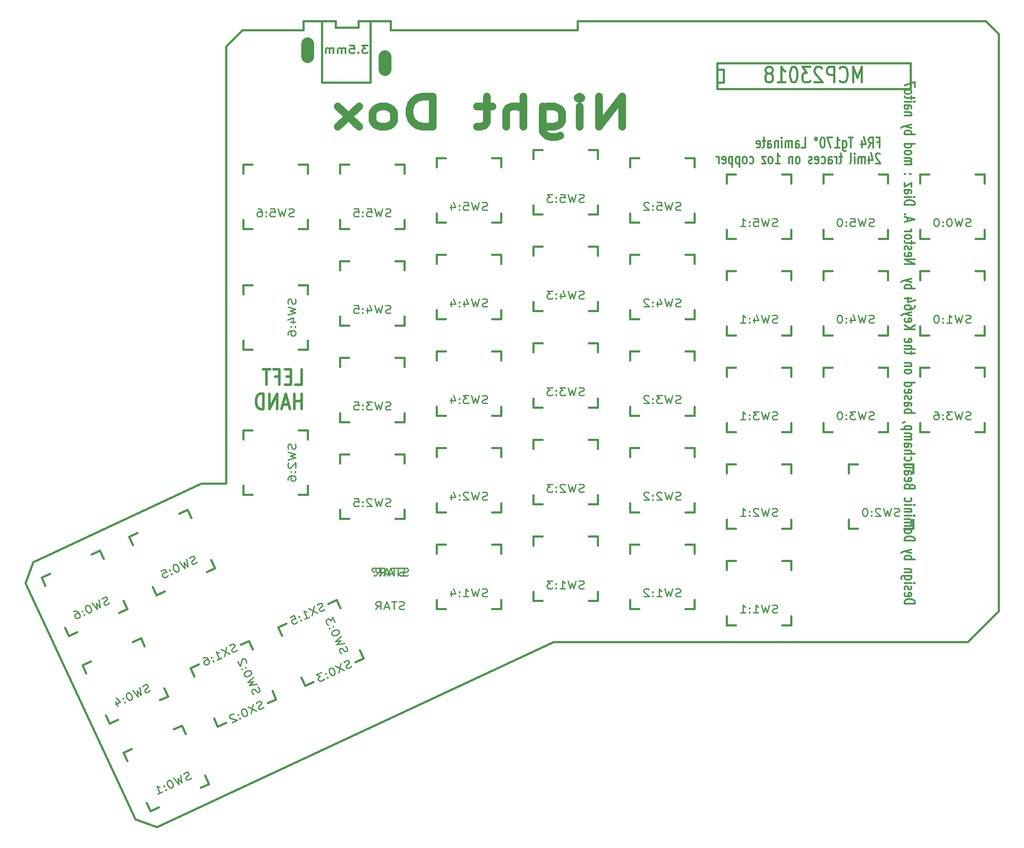
<source format=gbo>
G04 (created by PCBNEW (2013-07-07 BZR 4022)-stable) date 2016/07/10 20:03:31*
%MOIN*%
G04 Gerber Fmt 3.4, Leading zero omitted, Abs format*
%FSLAX34Y34*%
G01*
G70*
G90*
G04 APERTURE LIST*
%ADD10C,0.00590551*%
%ADD11C,0.015*%
%ADD12C,0.0590551*%
%ADD13C,0.02*%
%ADD14C,0.012*%
%ADD15C,0.1*%
%ADD16C,0.01*%
%ADD17C,0.018*%
G04 APERTURE END LIST*
G54D10*
G54D11*
X82200Y-60200D02*
X77400Y-60200D01*
X84600Y-57800D02*
X82200Y-60200D01*
X84600Y-45600D02*
X84600Y-57800D01*
X84600Y-31000D02*
X84600Y-45600D01*
X84600Y-13000D02*
X84600Y-31000D01*
X83600Y-12000D02*
X84600Y-13000D01*
X56400Y-12000D02*
X83600Y-12000D01*
G54D12*
X55373Y-20206D02*
X55373Y-17843D01*
X53573Y-20206D01*
X53573Y-17843D01*
X52074Y-20206D02*
X52074Y-18631D01*
X52074Y-17843D02*
X52224Y-17956D01*
X52074Y-18068D01*
X51924Y-17956D01*
X52074Y-17843D01*
X52074Y-18068D01*
X49224Y-18631D02*
X49224Y-20543D01*
X49374Y-20768D01*
X49524Y-20881D01*
X49824Y-20993D01*
X50274Y-20993D01*
X50574Y-20881D01*
X49224Y-20093D02*
X49524Y-20206D01*
X50124Y-20206D01*
X50424Y-20093D01*
X50574Y-19981D01*
X50724Y-19756D01*
X50724Y-19081D01*
X50574Y-18856D01*
X50424Y-18743D01*
X50124Y-18631D01*
X49524Y-18631D01*
X49224Y-18743D01*
X47724Y-20206D02*
X47724Y-17843D01*
X46374Y-20206D02*
X46374Y-18968D01*
X46524Y-18743D01*
X46824Y-18631D01*
X47274Y-18631D01*
X47574Y-18743D01*
X47724Y-18856D01*
X45324Y-18631D02*
X44125Y-18631D01*
X44874Y-17843D02*
X44874Y-19868D01*
X44724Y-20093D01*
X44425Y-20206D01*
X44125Y-20206D01*
X40675Y-20206D02*
X40675Y-17843D01*
X39925Y-17843D01*
X39475Y-17956D01*
X39175Y-18181D01*
X39025Y-18406D01*
X38875Y-18856D01*
X38875Y-19193D01*
X39025Y-19643D01*
X39175Y-19868D01*
X39475Y-20093D01*
X39925Y-20206D01*
X40675Y-20206D01*
X37075Y-20206D02*
X37375Y-20093D01*
X37525Y-19981D01*
X37675Y-19756D01*
X37675Y-19081D01*
X37525Y-18856D01*
X37375Y-18743D01*
X37075Y-18631D01*
X36625Y-18631D01*
X36326Y-18743D01*
X36176Y-18856D01*
X36026Y-19081D01*
X36026Y-19756D01*
X36176Y-19981D01*
X36326Y-20093D01*
X36625Y-20206D01*
X37075Y-20206D01*
X34976Y-20206D02*
X33326Y-18631D01*
X34976Y-18631D02*
X33326Y-20206D01*
G54D13*
X30035Y-40235D02*
X30511Y-40235D01*
X30511Y-39035D01*
X29702Y-39607D02*
X29369Y-39607D01*
X29226Y-40235D02*
X29702Y-40235D01*
X29702Y-39035D01*
X29226Y-39035D01*
X28464Y-39607D02*
X28797Y-39607D01*
X28797Y-40235D02*
X28797Y-39035D01*
X28321Y-39035D01*
X28083Y-39035D02*
X27511Y-39035D01*
X27797Y-40235D02*
X27797Y-39035D01*
X30511Y-42115D02*
X30511Y-40915D01*
X30511Y-41487D02*
X29940Y-41487D01*
X29940Y-42115D02*
X29940Y-40915D01*
X29511Y-41772D02*
X29035Y-41772D01*
X29607Y-42115D02*
X29273Y-40915D01*
X28940Y-42115D01*
X28607Y-42115D02*
X28607Y-40915D01*
X28035Y-42115D01*
X28035Y-40915D01*
X27559Y-42115D02*
X27559Y-40915D01*
X27321Y-40915D01*
X27178Y-40972D01*
X27083Y-41087D01*
X27035Y-41201D01*
X26988Y-41430D01*
X26988Y-41601D01*
X27035Y-41830D01*
X27083Y-41944D01*
X27178Y-42058D01*
X27321Y-42115D01*
X27559Y-42115D01*
G54D14*
X75157Y-21404D02*
X75357Y-21404D01*
X75357Y-21823D02*
X75357Y-21023D01*
X75071Y-21023D01*
X74500Y-21823D02*
X74700Y-21442D01*
X74842Y-21823D02*
X74842Y-21023D01*
X74614Y-21023D01*
X74557Y-21061D01*
X74528Y-21100D01*
X74500Y-21176D01*
X74500Y-21290D01*
X74528Y-21366D01*
X74557Y-21404D01*
X74614Y-21442D01*
X74842Y-21442D01*
X73985Y-21290D02*
X73985Y-21823D01*
X74128Y-20985D02*
X74271Y-21557D01*
X73900Y-21557D01*
X73299Y-21023D02*
X72957Y-21023D01*
X73128Y-21823D02*
X73128Y-21023D01*
X72499Y-21290D02*
X72499Y-21938D01*
X72528Y-22014D01*
X72557Y-22052D01*
X72614Y-22090D01*
X72699Y-22090D01*
X72757Y-22052D01*
X72499Y-21785D02*
X72557Y-21823D01*
X72671Y-21823D01*
X72728Y-21785D01*
X72757Y-21747D01*
X72785Y-21671D01*
X72785Y-21442D01*
X72757Y-21366D01*
X72728Y-21328D01*
X72671Y-21290D01*
X72557Y-21290D01*
X72499Y-21328D01*
X71899Y-21823D02*
X72242Y-21823D01*
X72071Y-21823D02*
X72071Y-21023D01*
X72128Y-21138D01*
X72185Y-21214D01*
X72242Y-21252D01*
X71699Y-21023D02*
X71299Y-21023D01*
X71557Y-21823D01*
X70957Y-21023D02*
X70899Y-21023D01*
X70842Y-21061D01*
X70814Y-21100D01*
X70785Y-21176D01*
X70757Y-21328D01*
X70757Y-21519D01*
X70785Y-21671D01*
X70814Y-21747D01*
X70842Y-21785D01*
X70899Y-21823D01*
X70957Y-21823D01*
X71014Y-21785D01*
X71042Y-21747D01*
X71071Y-21671D01*
X71099Y-21519D01*
X71099Y-21328D01*
X71071Y-21176D01*
X71042Y-21100D01*
X71014Y-21061D01*
X70957Y-21023D01*
X70414Y-21023D02*
X70471Y-21061D01*
X70499Y-21138D01*
X70471Y-21214D01*
X70414Y-21252D01*
X70357Y-21214D01*
X70328Y-21138D01*
X70357Y-21061D01*
X70414Y-21023D01*
X69299Y-21823D02*
X69585Y-21823D01*
X69585Y-21023D01*
X68842Y-21823D02*
X68842Y-21404D01*
X68871Y-21328D01*
X68928Y-21290D01*
X69042Y-21290D01*
X69099Y-21328D01*
X68842Y-21785D02*
X68899Y-21823D01*
X69042Y-21823D01*
X69099Y-21785D01*
X69128Y-21709D01*
X69128Y-21633D01*
X69099Y-21557D01*
X69042Y-21519D01*
X68899Y-21519D01*
X68842Y-21480D01*
X68557Y-21823D02*
X68557Y-21290D01*
X68557Y-21366D02*
X68528Y-21328D01*
X68471Y-21290D01*
X68385Y-21290D01*
X68328Y-21328D01*
X68299Y-21404D01*
X68299Y-21823D01*
X68299Y-21404D02*
X68271Y-21328D01*
X68214Y-21290D01*
X68128Y-21290D01*
X68071Y-21328D01*
X68042Y-21404D01*
X68042Y-21823D01*
X67757Y-21823D02*
X67757Y-21290D01*
X67757Y-21023D02*
X67785Y-21061D01*
X67757Y-21100D01*
X67728Y-21061D01*
X67757Y-21023D01*
X67757Y-21100D01*
X67471Y-21290D02*
X67471Y-21823D01*
X67471Y-21366D02*
X67442Y-21328D01*
X67385Y-21290D01*
X67299Y-21290D01*
X67242Y-21328D01*
X67214Y-21404D01*
X67214Y-21823D01*
X66671Y-21823D02*
X66671Y-21404D01*
X66699Y-21328D01*
X66757Y-21290D01*
X66871Y-21290D01*
X66928Y-21328D01*
X66671Y-21785D02*
X66728Y-21823D01*
X66871Y-21823D01*
X66928Y-21785D01*
X66957Y-21709D01*
X66957Y-21633D01*
X66928Y-21557D01*
X66871Y-21519D01*
X66728Y-21519D01*
X66671Y-21480D01*
X66471Y-21290D02*
X66242Y-21290D01*
X66385Y-21023D02*
X66385Y-21709D01*
X66357Y-21785D01*
X66299Y-21823D01*
X66242Y-21823D01*
X65814Y-21785D02*
X65871Y-21823D01*
X65985Y-21823D01*
X66042Y-21785D01*
X66071Y-21709D01*
X66071Y-21404D01*
X66042Y-21328D01*
X65985Y-21290D01*
X65871Y-21290D01*
X65814Y-21328D01*
X65785Y-21404D01*
X65785Y-21480D01*
X66071Y-21557D01*
X75385Y-22340D02*
X75357Y-22301D01*
X75300Y-22263D01*
X75157Y-22263D01*
X75100Y-22301D01*
X75071Y-22340D01*
X75042Y-22416D01*
X75042Y-22492D01*
X75071Y-22606D01*
X75414Y-23063D01*
X75042Y-23063D01*
X74528Y-22530D02*
X74528Y-23063D01*
X74671Y-22225D02*
X74814Y-22797D01*
X74442Y-22797D01*
X74214Y-23063D02*
X74214Y-22530D01*
X74214Y-22606D02*
X74185Y-22568D01*
X74128Y-22530D01*
X74042Y-22530D01*
X73985Y-22568D01*
X73957Y-22644D01*
X73957Y-23063D01*
X73957Y-22644D02*
X73928Y-22568D01*
X73871Y-22530D01*
X73785Y-22530D01*
X73728Y-22568D01*
X73699Y-22644D01*
X73699Y-23063D01*
X73414Y-23063D02*
X73414Y-22530D01*
X73414Y-22263D02*
X73442Y-22301D01*
X73414Y-22340D01*
X73385Y-22301D01*
X73414Y-22263D01*
X73414Y-22340D01*
X73042Y-23063D02*
X73099Y-23025D01*
X73128Y-22949D01*
X73128Y-22263D01*
X72442Y-22530D02*
X72214Y-22530D01*
X72357Y-22263D02*
X72357Y-22949D01*
X72328Y-23025D01*
X72271Y-23063D01*
X72214Y-23063D01*
X72014Y-23063D02*
X72014Y-22530D01*
X72014Y-22682D02*
X71985Y-22606D01*
X71957Y-22568D01*
X71899Y-22530D01*
X71842Y-22530D01*
X71385Y-23063D02*
X71385Y-22644D01*
X71414Y-22568D01*
X71471Y-22530D01*
X71585Y-22530D01*
X71642Y-22568D01*
X71385Y-23025D02*
X71442Y-23063D01*
X71585Y-23063D01*
X71642Y-23025D01*
X71671Y-22949D01*
X71671Y-22873D01*
X71642Y-22797D01*
X71585Y-22759D01*
X71442Y-22759D01*
X71385Y-22720D01*
X70842Y-23025D02*
X70899Y-23063D01*
X71014Y-23063D01*
X71071Y-23025D01*
X71099Y-22987D01*
X71128Y-22911D01*
X71128Y-22682D01*
X71099Y-22606D01*
X71071Y-22568D01*
X71014Y-22530D01*
X70899Y-22530D01*
X70842Y-22568D01*
X70357Y-23025D02*
X70414Y-23063D01*
X70528Y-23063D01*
X70585Y-23025D01*
X70614Y-22949D01*
X70614Y-22644D01*
X70585Y-22568D01*
X70528Y-22530D01*
X70414Y-22530D01*
X70357Y-22568D01*
X70328Y-22644D01*
X70328Y-22720D01*
X70614Y-22797D01*
X70099Y-23025D02*
X70042Y-23063D01*
X69928Y-23063D01*
X69871Y-23025D01*
X69842Y-22949D01*
X69842Y-22911D01*
X69871Y-22835D01*
X69928Y-22797D01*
X70014Y-22797D01*
X70071Y-22759D01*
X70099Y-22682D01*
X70099Y-22644D01*
X70071Y-22568D01*
X70014Y-22530D01*
X69928Y-22530D01*
X69871Y-22568D01*
X69042Y-23063D02*
X69099Y-23025D01*
X69128Y-22987D01*
X69157Y-22911D01*
X69157Y-22682D01*
X69128Y-22606D01*
X69099Y-22568D01*
X69042Y-22530D01*
X68957Y-22530D01*
X68899Y-22568D01*
X68871Y-22606D01*
X68842Y-22682D01*
X68842Y-22911D01*
X68871Y-22987D01*
X68899Y-23025D01*
X68957Y-23063D01*
X69042Y-23063D01*
X68585Y-22530D02*
X68585Y-23063D01*
X68585Y-22606D02*
X68557Y-22568D01*
X68499Y-22530D01*
X68414Y-22530D01*
X68357Y-22568D01*
X68328Y-22644D01*
X68328Y-23063D01*
X67271Y-23063D02*
X67614Y-23063D01*
X67442Y-23063D02*
X67442Y-22263D01*
X67499Y-22378D01*
X67557Y-22454D01*
X67614Y-22492D01*
X66928Y-23063D02*
X66985Y-23025D01*
X67014Y-22987D01*
X67042Y-22911D01*
X67042Y-22682D01*
X67014Y-22606D01*
X66985Y-22568D01*
X66928Y-22530D01*
X66842Y-22530D01*
X66785Y-22568D01*
X66757Y-22606D01*
X66728Y-22682D01*
X66728Y-22911D01*
X66757Y-22987D01*
X66785Y-23025D01*
X66842Y-23063D01*
X66928Y-23063D01*
X66528Y-22530D02*
X66214Y-22530D01*
X66528Y-23063D01*
X66214Y-23063D01*
X65271Y-23025D02*
X65328Y-23063D01*
X65442Y-23063D01*
X65499Y-23025D01*
X65528Y-22987D01*
X65557Y-22911D01*
X65557Y-22682D01*
X65528Y-22606D01*
X65499Y-22568D01*
X65442Y-22530D01*
X65328Y-22530D01*
X65271Y-22568D01*
X64928Y-23063D02*
X64985Y-23025D01*
X65014Y-22987D01*
X65042Y-22911D01*
X65042Y-22682D01*
X65014Y-22606D01*
X64985Y-22568D01*
X64928Y-22530D01*
X64842Y-22530D01*
X64785Y-22568D01*
X64757Y-22606D01*
X64728Y-22682D01*
X64728Y-22911D01*
X64757Y-22987D01*
X64785Y-23025D01*
X64842Y-23063D01*
X64928Y-23063D01*
X64471Y-22530D02*
X64471Y-23330D01*
X64471Y-22568D02*
X64414Y-22530D01*
X64299Y-22530D01*
X64242Y-22568D01*
X64214Y-22606D01*
X64185Y-22682D01*
X64185Y-22911D01*
X64214Y-22987D01*
X64242Y-23025D01*
X64299Y-23063D01*
X64414Y-23063D01*
X64471Y-23025D01*
X63928Y-22530D02*
X63928Y-23330D01*
X63928Y-22568D02*
X63871Y-22530D01*
X63757Y-22530D01*
X63699Y-22568D01*
X63671Y-22606D01*
X63642Y-22682D01*
X63642Y-22911D01*
X63671Y-22987D01*
X63699Y-23025D01*
X63757Y-23063D01*
X63871Y-23063D01*
X63928Y-23025D01*
X63157Y-23025D02*
X63214Y-23063D01*
X63328Y-23063D01*
X63385Y-23025D01*
X63414Y-22949D01*
X63414Y-22644D01*
X63385Y-22568D01*
X63328Y-22530D01*
X63214Y-22530D01*
X63157Y-22568D01*
X63128Y-22644D01*
X63128Y-22720D01*
X63414Y-22797D01*
X62871Y-23063D02*
X62871Y-22530D01*
X62871Y-22682D02*
X62842Y-22606D01*
X62814Y-22568D01*
X62757Y-22530D01*
X62699Y-22530D01*
X77276Y-57214D02*
X78076Y-57214D01*
X78076Y-57071D01*
X78038Y-56985D01*
X77961Y-56928D01*
X77885Y-56899D01*
X77733Y-56871D01*
X77619Y-56871D01*
X77466Y-56899D01*
X77390Y-56928D01*
X77314Y-56985D01*
X77276Y-57071D01*
X77276Y-57214D01*
X77314Y-56385D02*
X77276Y-56442D01*
X77276Y-56557D01*
X77314Y-56614D01*
X77390Y-56642D01*
X77695Y-56642D01*
X77771Y-56614D01*
X77809Y-56557D01*
X77809Y-56442D01*
X77771Y-56385D01*
X77695Y-56357D01*
X77619Y-56357D01*
X77542Y-56642D01*
X77314Y-56128D02*
X77276Y-56071D01*
X77276Y-55957D01*
X77314Y-55899D01*
X77390Y-55871D01*
X77428Y-55871D01*
X77504Y-55899D01*
X77542Y-55957D01*
X77542Y-56042D01*
X77580Y-56099D01*
X77657Y-56128D01*
X77695Y-56128D01*
X77771Y-56099D01*
X77809Y-56042D01*
X77809Y-55957D01*
X77771Y-55899D01*
X77276Y-55614D02*
X77809Y-55614D01*
X78076Y-55614D02*
X78038Y-55642D01*
X78000Y-55614D01*
X78038Y-55585D01*
X78076Y-55614D01*
X78000Y-55614D01*
X77809Y-55071D02*
X77161Y-55071D01*
X77085Y-55099D01*
X77047Y-55128D01*
X77009Y-55185D01*
X77009Y-55271D01*
X77047Y-55328D01*
X77314Y-55071D02*
X77276Y-55128D01*
X77276Y-55242D01*
X77314Y-55299D01*
X77352Y-55328D01*
X77428Y-55357D01*
X77657Y-55357D01*
X77733Y-55328D01*
X77771Y-55299D01*
X77809Y-55242D01*
X77809Y-55128D01*
X77771Y-55071D01*
X77809Y-54785D02*
X77276Y-54785D01*
X77733Y-54785D02*
X77771Y-54757D01*
X77809Y-54700D01*
X77809Y-54614D01*
X77771Y-54557D01*
X77695Y-54528D01*
X77276Y-54528D01*
X77276Y-53785D02*
X78076Y-53785D01*
X77771Y-53785D02*
X77809Y-53728D01*
X77809Y-53614D01*
X77771Y-53557D01*
X77733Y-53528D01*
X77657Y-53500D01*
X77428Y-53500D01*
X77352Y-53528D01*
X77314Y-53557D01*
X77276Y-53614D01*
X77276Y-53728D01*
X77314Y-53785D01*
X77809Y-53300D02*
X77276Y-53157D01*
X77809Y-53014D02*
X77276Y-53157D01*
X77085Y-53214D01*
X77047Y-53242D01*
X77009Y-53300D01*
X77276Y-52328D02*
X78076Y-52328D01*
X78076Y-52185D01*
X78038Y-52099D01*
X77961Y-52042D01*
X77885Y-52014D01*
X77733Y-51985D01*
X77619Y-51985D01*
X77466Y-52014D01*
X77390Y-52042D01*
X77314Y-52099D01*
X77276Y-52185D01*
X77276Y-52328D01*
X77276Y-51642D02*
X77314Y-51699D01*
X77352Y-51728D01*
X77428Y-51757D01*
X77657Y-51757D01*
X77733Y-51728D01*
X77771Y-51699D01*
X77809Y-51642D01*
X77809Y-51557D01*
X77771Y-51499D01*
X77733Y-51471D01*
X77657Y-51442D01*
X77428Y-51442D01*
X77352Y-51471D01*
X77314Y-51499D01*
X77276Y-51557D01*
X77276Y-51642D01*
X77276Y-51185D02*
X77809Y-51185D01*
X77733Y-51185D02*
X77771Y-51157D01*
X77809Y-51100D01*
X77809Y-51014D01*
X77771Y-50957D01*
X77695Y-50928D01*
X77276Y-50928D01*
X77695Y-50928D02*
X77771Y-50900D01*
X77809Y-50842D01*
X77809Y-50757D01*
X77771Y-50700D01*
X77695Y-50671D01*
X77276Y-50671D01*
X77276Y-50385D02*
X77809Y-50385D01*
X78076Y-50385D02*
X78038Y-50414D01*
X78000Y-50385D01*
X78038Y-50357D01*
X78076Y-50385D01*
X78000Y-50385D01*
X77809Y-50100D02*
X77276Y-50100D01*
X77733Y-50100D02*
X77771Y-50071D01*
X77809Y-50014D01*
X77809Y-49928D01*
X77771Y-49871D01*
X77695Y-49842D01*
X77276Y-49842D01*
X77276Y-49557D02*
X77809Y-49557D01*
X78076Y-49557D02*
X78038Y-49585D01*
X78000Y-49557D01*
X78038Y-49528D01*
X78076Y-49557D01*
X78000Y-49557D01*
X77314Y-49014D02*
X77276Y-49071D01*
X77276Y-49185D01*
X77314Y-49242D01*
X77352Y-49271D01*
X77428Y-49300D01*
X77657Y-49300D01*
X77733Y-49271D01*
X77771Y-49242D01*
X77809Y-49185D01*
X77809Y-49071D01*
X77771Y-49014D01*
X77695Y-48100D02*
X77657Y-48014D01*
X77619Y-47985D01*
X77542Y-47957D01*
X77428Y-47957D01*
X77352Y-47985D01*
X77314Y-48014D01*
X77276Y-48071D01*
X77276Y-48300D01*
X78076Y-48300D01*
X78076Y-48100D01*
X78038Y-48042D01*
X78000Y-48014D01*
X77923Y-47985D01*
X77847Y-47985D01*
X77771Y-48014D01*
X77733Y-48042D01*
X77695Y-48100D01*
X77695Y-48300D01*
X77314Y-47471D02*
X77276Y-47528D01*
X77276Y-47642D01*
X77314Y-47700D01*
X77390Y-47728D01*
X77695Y-47728D01*
X77771Y-47700D01*
X77809Y-47642D01*
X77809Y-47528D01*
X77771Y-47471D01*
X77695Y-47442D01*
X77619Y-47442D01*
X77542Y-47728D01*
X77276Y-46928D02*
X77695Y-46928D01*
X77771Y-46957D01*
X77809Y-47014D01*
X77809Y-47128D01*
X77771Y-47185D01*
X77314Y-46928D02*
X77276Y-46985D01*
X77276Y-47128D01*
X77314Y-47185D01*
X77390Y-47214D01*
X77466Y-47214D01*
X77542Y-47185D01*
X77580Y-47128D01*
X77580Y-46985D01*
X77619Y-46928D01*
X77809Y-46385D02*
X77276Y-46385D01*
X77809Y-46642D02*
X77390Y-46642D01*
X77314Y-46614D01*
X77276Y-46557D01*
X77276Y-46471D01*
X77314Y-46414D01*
X77352Y-46385D01*
X77314Y-45842D02*
X77276Y-45900D01*
X77276Y-46014D01*
X77314Y-46071D01*
X77352Y-46100D01*
X77428Y-46128D01*
X77657Y-46128D01*
X77733Y-46100D01*
X77771Y-46071D01*
X77809Y-46014D01*
X77809Y-45900D01*
X77771Y-45842D01*
X77276Y-45585D02*
X78076Y-45585D01*
X77276Y-45328D02*
X77695Y-45328D01*
X77771Y-45357D01*
X77809Y-45414D01*
X77809Y-45500D01*
X77771Y-45557D01*
X77733Y-45585D01*
X77276Y-44785D02*
X77695Y-44785D01*
X77771Y-44814D01*
X77809Y-44871D01*
X77809Y-44985D01*
X77771Y-45042D01*
X77314Y-44785D02*
X77276Y-44842D01*
X77276Y-44985D01*
X77314Y-45042D01*
X77390Y-45071D01*
X77466Y-45071D01*
X77542Y-45042D01*
X77580Y-44985D01*
X77580Y-44842D01*
X77619Y-44785D01*
X77276Y-44500D02*
X77809Y-44500D01*
X77733Y-44500D02*
X77771Y-44471D01*
X77809Y-44414D01*
X77809Y-44328D01*
X77771Y-44271D01*
X77695Y-44242D01*
X77276Y-44242D01*
X77695Y-44242D02*
X77771Y-44214D01*
X77809Y-44157D01*
X77809Y-44071D01*
X77771Y-44014D01*
X77695Y-43985D01*
X77276Y-43985D01*
X77809Y-43700D02*
X77009Y-43700D01*
X77771Y-43700D02*
X77809Y-43642D01*
X77809Y-43528D01*
X77771Y-43471D01*
X77733Y-43442D01*
X77657Y-43414D01*
X77428Y-43414D01*
X77352Y-43442D01*
X77314Y-43471D01*
X77276Y-43528D01*
X77276Y-43642D01*
X77314Y-43700D01*
X77314Y-43128D02*
X77276Y-43128D01*
X77200Y-43157D01*
X77161Y-43185D01*
X77276Y-42414D02*
X78076Y-42414D01*
X77771Y-42414D02*
X77809Y-42357D01*
X77809Y-42242D01*
X77771Y-42185D01*
X77733Y-42157D01*
X77657Y-42128D01*
X77428Y-42128D01*
X77352Y-42157D01*
X77314Y-42185D01*
X77276Y-42242D01*
X77276Y-42357D01*
X77314Y-42414D01*
X77276Y-41614D02*
X77695Y-41614D01*
X77771Y-41642D01*
X77809Y-41700D01*
X77809Y-41814D01*
X77771Y-41871D01*
X77314Y-41614D02*
X77276Y-41671D01*
X77276Y-41814D01*
X77314Y-41871D01*
X77390Y-41900D01*
X77466Y-41900D01*
X77542Y-41871D01*
X77580Y-41814D01*
X77580Y-41671D01*
X77619Y-41614D01*
X77314Y-41357D02*
X77276Y-41300D01*
X77276Y-41185D01*
X77314Y-41128D01*
X77390Y-41100D01*
X77428Y-41100D01*
X77504Y-41128D01*
X77542Y-41185D01*
X77542Y-41271D01*
X77580Y-41328D01*
X77657Y-41357D01*
X77695Y-41357D01*
X77771Y-41328D01*
X77809Y-41271D01*
X77809Y-41185D01*
X77771Y-41128D01*
X77314Y-40614D02*
X77276Y-40671D01*
X77276Y-40785D01*
X77314Y-40842D01*
X77390Y-40871D01*
X77695Y-40871D01*
X77771Y-40842D01*
X77809Y-40785D01*
X77809Y-40671D01*
X77771Y-40614D01*
X77695Y-40585D01*
X77619Y-40585D01*
X77542Y-40871D01*
X77276Y-40071D02*
X78076Y-40071D01*
X77314Y-40071D02*
X77276Y-40128D01*
X77276Y-40242D01*
X77314Y-40300D01*
X77352Y-40328D01*
X77428Y-40357D01*
X77657Y-40357D01*
X77733Y-40328D01*
X77771Y-40300D01*
X77809Y-40242D01*
X77809Y-40128D01*
X77771Y-40071D01*
X77276Y-39242D02*
X77314Y-39300D01*
X77352Y-39328D01*
X77428Y-39357D01*
X77657Y-39357D01*
X77733Y-39328D01*
X77771Y-39300D01*
X77809Y-39242D01*
X77809Y-39157D01*
X77771Y-39100D01*
X77733Y-39071D01*
X77657Y-39042D01*
X77428Y-39042D01*
X77352Y-39071D01*
X77314Y-39100D01*
X77276Y-39157D01*
X77276Y-39242D01*
X77809Y-38785D02*
X77276Y-38785D01*
X77733Y-38785D02*
X77771Y-38757D01*
X77809Y-38700D01*
X77809Y-38614D01*
X77771Y-38557D01*
X77695Y-38528D01*
X77276Y-38528D01*
X77809Y-37871D02*
X77809Y-37642D01*
X78076Y-37785D02*
X77390Y-37785D01*
X77314Y-37757D01*
X77276Y-37700D01*
X77276Y-37642D01*
X77276Y-37442D02*
X78076Y-37442D01*
X77276Y-37185D02*
X77695Y-37185D01*
X77771Y-37214D01*
X77809Y-37271D01*
X77809Y-37357D01*
X77771Y-37414D01*
X77733Y-37442D01*
X77314Y-36671D02*
X77276Y-36728D01*
X77276Y-36842D01*
X77314Y-36900D01*
X77390Y-36928D01*
X77695Y-36928D01*
X77771Y-36900D01*
X77809Y-36842D01*
X77809Y-36728D01*
X77771Y-36671D01*
X77695Y-36642D01*
X77619Y-36642D01*
X77542Y-36928D01*
X77276Y-35928D02*
X78076Y-35928D01*
X77276Y-35585D02*
X77733Y-35842D01*
X78076Y-35585D02*
X77619Y-35928D01*
X77314Y-35100D02*
X77276Y-35157D01*
X77276Y-35271D01*
X77314Y-35328D01*
X77390Y-35357D01*
X77695Y-35357D01*
X77771Y-35328D01*
X77809Y-35271D01*
X77809Y-35157D01*
X77771Y-35100D01*
X77695Y-35071D01*
X77619Y-35071D01*
X77542Y-35357D01*
X77809Y-34871D02*
X77276Y-34728D01*
X77809Y-34585D02*
X77276Y-34728D01*
X77085Y-34785D01*
X77047Y-34814D01*
X77009Y-34871D01*
X78076Y-34100D02*
X78076Y-34214D01*
X78038Y-34271D01*
X78000Y-34300D01*
X77885Y-34357D01*
X77733Y-34385D01*
X77428Y-34385D01*
X77352Y-34357D01*
X77314Y-34328D01*
X77276Y-34271D01*
X77276Y-34157D01*
X77314Y-34100D01*
X77352Y-34071D01*
X77428Y-34042D01*
X77619Y-34042D01*
X77695Y-34071D01*
X77733Y-34100D01*
X77771Y-34157D01*
X77771Y-34271D01*
X77733Y-34328D01*
X77695Y-34357D01*
X77619Y-34385D01*
X77809Y-33528D02*
X77276Y-33528D01*
X78114Y-33671D02*
X77542Y-33814D01*
X77542Y-33442D01*
X77276Y-32757D02*
X78076Y-32757D01*
X77771Y-32757D02*
X77809Y-32699D01*
X77809Y-32585D01*
X77771Y-32528D01*
X77733Y-32499D01*
X77657Y-32471D01*
X77428Y-32471D01*
X77352Y-32499D01*
X77314Y-32528D01*
X77276Y-32585D01*
X77276Y-32699D01*
X77314Y-32757D01*
X77809Y-32271D02*
X77276Y-32128D01*
X77809Y-31985D02*
X77276Y-32128D01*
X77085Y-32185D01*
X77047Y-32214D01*
X77009Y-32271D01*
X77276Y-30842D02*
X78076Y-30842D01*
X77276Y-30499D01*
X78076Y-30499D01*
X77314Y-29985D02*
X77276Y-30042D01*
X77276Y-30157D01*
X77314Y-30214D01*
X77390Y-30242D01*
X77695Y-30242D01*
X77771Y-30214D01*
X77809Y-30157D01*
X77809Y-30042D01*
X77771Y-29985D01*
X77695Y-29957D01*
X77619Y-29957D01*
X77542Y-30242D01*
X77314Y-29728D02*
X77276Y-29671D01*
X77276Y-29557D01*
X77314Y-29499D01*
X77390Y-29471D01*
X77428Y-29471D01*
X77504Y-29499D01*
X77542Y-29557D01*
X77542Y-29642D01*
X77580Y-29699D01*
X77657Y-29728D01*
X77695Y-29728D01*
X77771Y-29699D01*
X77809Y-29642D01*
X77809Y-29557D01*
X77771Y-29499D01*
X77809Y-29299D02*
X77809Y-29071D01*
X78076Y-29214D02*
X77390Y-29214D01*
X77314Y-29185D01*
X77276Y-29128D01*
X77276Y-29071D01*
X77276Y-28785D02*
X77314Y-28842D01*
X77352Y-28871D01*
X77428Y-28899D01*
X77657Y-28899D01*
X77733Y-28871D01*
X77771Y-28842D01*
X77809Y-28785D01*
X77809Y-28699D01*
X77771Y-28642D01*
X77733Y-28614D01*
X77657Y-28585D01*
X77428Y-28585D01*
X77352Y-28614D01*
X77314Y-28642D01*
X77276Y-28699D01*
X77276Y-28785D01*
X77276Y-28328D02*
X77809Y-28328D01*
X77657Y-28328D02*
X77733Y-28299D01*
X77771Y-28271D01*
X77809Y-28214D01*
X77809Y-28157D01*
X77504Y-27528D02*
X77504Y-27242D01*
X77276Y-27585D02*
X78076Y-27385D01*
X77276Y-27185D01*
X77352Y-26985D02*
X77314Y-26957D01*
X77276Y-26985D01*
X77314Y-27014D01*
X77352Y-26985D01*
X77276Y-26985D01*
X77276Y-26242D02*
X78076Y-26242D01*
X78076Y-26099D01*
X78038Y-26014D01*
X77961Y-25957D01*
X77885Y-25928D01*
X77733Y-25899D01*
X77619Y-25899D01*
X77466Y-25928D01*
X77390Y-25957D01*
X77314Y-26014D01*
X77276Y-26099D01*
X77276Y-26242D01*
X77276Y-25642D02*
X77809Y-25642D01*
X78076Y-25642D02*
X78038Y-25671D01*
X78000Y-25642D01*
X78038Y-25614D01*
X78076Y-25642D01*
X78000Y-25642D01*
X77276Y-25099D02*
X77695Y-25099D01*
X77771Y-25128D01*
X77809Y-25185D01*
X77809Y-25299D01*
X77771Y-25357D01*
X77314Y-25099D02*
X77276Y-25157D01*
X77276Y-25299D01*
X77314Y-25357D01*
X77390Y-25385D01*
X77466Y-25385D01*
X77542Y-25357D01*
X77580Y-25299D01*
X77580Y-25157D01*
X77619Y-25099D01*
X77809Y-24871D02*
X77809Y-24557D01*
X77276Y-24871D01*
X77276Y-24557D01*
X77352Y-23871D02*
X77314Y-23842D01*
X77276Y-23871D01*
X77314Y-23899D01*
X77352Y-23871D01*
X77276Y-23871D01*
X77771Y-23871D02*
X77733Y-23842D01*
X77695Y-23871D01*
X77733Y-23899D01*
X77771Y-23871D01*
X77695Y-23871D01*
X77276Y-23128D02*
X77809Y-23128D01*
X77733Y-23128D02*
X77771Y-23099D01*
X77809Y-23042D01*
X77809Y-22957D01*
X77771Y-22899D01*
X77695Y-22871D01*
X77276Y-22871D01*
X77695Y-22871D02*
X77771Y-22842D01*
X77809Y-22785D01*
X77809Y-22699D01*
X77771Y-22642D01*
X77695Y-22614D01*
X77276Y-22614D01*
X77276Y-22242D02*
X77314Y-22299D01*
X77352Y-22328D01*
X77428Y-22357D01*
X77657Y-22357D01*
X77733Y-22328D01*
X77771Y-22299D01*
X77809Y-22242D01*
X77809Y-22157D01*
X77771Y-22099D01*
X77733Y-22071D01*
X77657Y-22042D01*
X77428Y-22042D01*
X77352Y-22071D01*
X77314Y-22099D01*
X77276Y-22157D01*
X77276Y-22242D01*
X77276Y-21528D02*
X78076Y-21528D01*
X77314Y-21528D02*
X77276Y-21585D01*
X77276Y-21700D01*
X77314Y-21757D01*
X77352Y-21785D01*
X77428Y-21814D01*
X77657Y-21814D01*
X77733Y-21785D01*
X77771Y-21757D01*
X77809Y-21700D01*
X77809Y-21585D01*
X77771Y-21528D01*
X77276Y-20785D02*
X78076Y-20785D01*
X77771Y-20785D02*
X77809Y-20728D01*
X77809Y-20614D01*
X77771Y-20557D01*
X77733Y-20528D01*
X77657Y-20500D01*
X77428Y-20500D01*
X77352Y-20528D01*
X77314Y-20557D01*
X77276Y-20614D01*
X77276Y-20728D01*
X77314Y-20785D01*
X77809Y-20300D02*
X77276Y-20157D01*
X77809Y-20014D02*
X77276Y-20157D01*
X77085Y-20214D01*
X77047Y-20242D01*
X77009Y-20300D01*
X77809Y-19328D02*
X77276Y-19328D01*
X77733Y-19328D02*
X77771Y-19299D01*
X77809Y-19242D01*
X77809Y-19157D01*
X77771Y-19099D01*
X77695Y-19071D01*
X77276Y-19071D01*
X77276Y-18528D02*
X77695Y-18528D01*
X77771Y-18557D01*
X77809Y-18614D01*
X77809Y-18728D01*
X77771Y-18785D01*
X77314Y-18528D02*
X77276Y-18585D01*
X77276Y-18728D01*
X77314Y-18785D01*
X77390Y-18814D01*
X77466Y-18814D01*
X77542Y-18785D01*
X77580Y-18728D01*
X77580Y-18585D01*
X77619Y-18528D01*
X77276Y-18242D02*
X77809Y-18242D01*
X78076Y-18242D02*
X78038Y-18271D01*
X78000Y-18242D01*
X78038Y-18214D01*
X78076Y-18242D01*
X78000Y-18242D01*
X77809Y-18042D02*
X77809Y-17814D01*
X78076Y-17957D02*
X77390Y-17957D01*
X77314Y-17928D01*
X77276Y-17871D01*
X77276Y-17814D01*
X77276Y-17528D02*
X77314Y-17585D01*
X77352Y-17614D01*
X77428Y-17642D01*
X77657Y-17642D01*
X77733Y-17614D01*
X77771Y-17585D01*
X77809Y-17528D01*
X77809Y-17442D01*
X77771Y-17385D01*
X77733Y-17357D01*
X77657Y-17328D01*
X77428Y-17328D01*
X77352Y-17357D01*
X77314Y-17385D01*
X77276Y-17442D01*
X77276Y-17528D01*
X78076Y-17128D02*
X78076Y-16728D01*
X77276Y-16985D01*
G54D11*
X50060Y-60200D02*
X77320Y-60200D01*
X56460Y-12000D02*
X51930Y-12000D01*
X51930Y-12000D02*
X51930Y-12700D01*
X51930Y-12700D02*
X37420Y-12700D01*
X37420Y-12700D02*
X37420Y-12000D01*
X37420Y-12000D02*
X34925Y-12000D01*
X34925Y-12000D02*
X34925Y-12500D01*
X34925Y-12500D02*
X33155Y-12500D01*
X33155Y-12500D02*
X33155Y-12000D01*
X33155Y-12000D02*
X30660Y-12000D01*
X30660Y-12000D02*
X30660Y-12700D01*
X30660Y-12700D02*
X25910Y-12700D01*
X25910Y-12700D02*
X24650Y-13950D01*
X24650Y-13950D02*
X24650Y-47900D01*
X24650Y-47900D02*
X22720Y-47900D01*
X22720Y-47900D02*
X9692Y-53975D01*
X9692Y-53975D02*
X9087Y-55636D01*
X9087Y-55636D02*
X17624Y-73944D01*
X17624Y-73944D02*
X19285Y-74548D01*
X19285Y-74548D02*
X50060Y-60200D01*
X62750Y-17250D02*
X77750Y-17250D01*
X77750Y-17250D02*
X77750Y-15250D01*
X77750Y-15250D02*
X62750Y-15250D01*
X62750Y-15250D02*
X62750Y-17250D01*
X62750Y-16750D02*
X63250Y-16750D01*
X63250Y-16750D02*
X63250Y-15750D01*
X63250Y-15750D02*
X62750Y-15750D01*
G54D15*
X31000Y-14750D02*
X31000Y-13750D01*
X37000Y-15750D02*
X37000Y-14750D01*
G54D11*
X35870Y-12000D02*
X35870Y-16750D01*
X35870Y-16750D02*
X32090Y-16750D01*
X32090Y-16750D02*
X32090Y-12000D01*
X26000Y-23130D02*
X26700Y-23130D01*
X30300Y-23130D02*
X31000Y-23130D01*
X31000Y-23130D02*
X31000Y-23830D01*
X31000Y-27430D02*
X31000Y-28130D01*
X31000Y-28130D02*
X30300Y-28130D01*
X26700Y-28130D02*
X26000Y-28130D01*
X26000Y-28130D02*
X26000Y-27430D01*
X26000Y-23830D02*
X26000Y-23130D01*
X26000Y-37504D02*
X26000Y-36804D01*
X26000Y-33204D02*
X26000Y-32504D01*
X26000Y-32504D02*
X26700Y-32504D01*
X30300Y-32504D02*
X31000Y-32504D01*
X31000Y-32504D02*
X31000Y-33204D01*
X31000Y-36804D02*
X31000Y-37504D01*
X31000Y-37504D02*
X30300Y-37504D01*
X26700Y-37504D02*
X26000Y-37504D01*
X26000Y-48754D02*
X26000Y-48054D01*
X26000Y-44454D02*
X26000Y-43754D01*
X26000Y-43754D02*
X26700Y-43754D01*
X30300Y-43754D02*
X31000Y-43754D01*
X31000Y-43754D02*
X31000Y-44454D01*
X31000Y-48054D02*
X31000Y-48754D01*
X31000Y-48754D02*
X30300Y-48754D01*
X26700Y-48754D02*
X26000Y-48754D01*
X33500Y-30629D02*
X34200Y-30629D01*
X37800Y-30629D02*
X38500Y-30629D01*
X38500Y-30629D02*
X38500Y-31329D01*
X38500Y-34929D02*
X38500Y-35629D01*
X38500Y-35629D02*
X37800Y-35629D01*
X34200Y-35629D02*
X33500Y-35629D01*
X33500Y-35629D02*
X33500Y-34929D01*
X33500Y-31329D02*
X33500Y-30629D01*
X13507Y-61992D02*
X14142Y-61696D01*
X17404Y-60175D02*
X18039Y-59879D01*
X18039Y-59879D02*
X18335Y-60514D01*
X19856Y-63776D02*
X20152Y-64411D01*
X20152Y-64411D02*
X19517Y-64707D01*
X16255Y-66228D02*
X15620Y-66524D01*
X15620Y-66524D02*
X15324Y-65889D01*
X13803Y-62627D02*
X13507Y-61992D01*
X16677Y-68790D02*
X17312Y-68494D01*
X20574Y-66973D02*
X21209Y-66677D01*
X21209Y-66677D02*
X21505Y-67312D01*
X23026Y-70574D02*
X23322Y-71209D01*
X23322Y-71209D02*
X22687Y-71505D01*
X19425Y-73026D02*
X18790Y-73322D01*
X18790Y-73322D02*
X18494Y-72687D01*
X16973Y-69425D02*
X16677Y-68790D01*
X10338Y-55195D02*
X10973Y-54899D01*
X14235Y-53378D02*
X14870Y-53082D01*
X14870Y-53082D02*
X15166Y-53717D01*
X16687Y-56979D02*
X16983Y-57614D01*
X16983Y-57614D02*
X16348Y-57910D01*
X13086Y-59431D02*
X12451Y-59727D01*
X12451Y-59727D02*
X12155Y-59092D01*
X10634Y-55830D02*
X10338Y-55195D01*
X17135Y-52026D02*
X17770Y-51730D01*
X21032Y-50209D02*
X21667Y-49913D01*
X21667Y-49913D02*
X21963Y-50548D01*
X23484Y-53810D02*
X23780Y-54445D01*
X23780Y-54445D02*
X23145Y-54741D01*
X19883Y-56262D02*
X19248Y-56558D01*
X19248Y-56558D02*
X18952Y-55923D01*
X17431Y-52661D02*
X17135Y-52026D01*
X63500Y-23880D02*
X64200Y-23880D01*
X67800Y-23880D02*
X68500Y-23880D01*
X68500Y-23880D02*
X68500Y-24580D01*
X68500Y-28180D02*
X68500Y-28880D01*
X68500Y-28880D02*
X67800Y-28880D01*
X64200Y-28880D02*
X63500Y-28880D01*
X63500Y-28880D02*
X63500Y-28180D01*
X63500Y-24580D02*
X63500Y-23880D01*
X56000Y-22629D02*
X56700Y-22629D01*
X60300Y-22629D02*
X61000Y-22629D01*
X61000Y-22629D02*
X61000Y-23329D01*
X61000Y-26929D02*
X61000Y-27629D01*
X61000Y-27629D02*
X60300Y-27629D01*
X56700Y-27629D02*
X56000Y-27629D01*
X56000Y-27629D02*
X56000Y-26929D01*
X56000Y-23329D02*
X56000Y-22629D01*
X48500Y-22000D02*
X49200Y-22000D01*
X52800Y-22000D02*
X53500Y-22000D01*
X53500Y-22000D02*
X53500Y-22700D01*
X53500Y-26300D02*
X53500Y-27000D01*
X53500Y-27000D02*
X52800Y-27000D01*
X49200Y-27000D02*
X48500Y-27000D01*
X48500Y-27000D02*
X48500Y-26300D01*
X48500Y-22700D02*
X48500Y-22000D01*
X41000Y-22629D02*
X41700Y-22629D01*
X45300Y-22629D02*
X46000Y-22629D01*
X46000Y-22629D02*
X46000Y-23329D01*
X46000Y-26929D02*
X46000Y-27629D01*
X46000Y-27629D02*
X45300Y-27629D01*
X41700Y-27629D02*
X41000Y-27629D01*
X41000Y-27629D02*
X41000Y-26929D01*
X41000Y-23329D02*
X41000Y-22629D01*
X56000Y-52629D02*
X56700Y-52629D01*
X60300Y-52629D02*
X61000Y-52629D01*
X61000Y-52629D02*
X61000Y-53329D01*
X61000Y-56929D02*
X61000Y-57629D01*
X61000Y-57629D02*
X60300Y-57629D01*
X56700Y-57629D02*
X56000Y-57629D01*
X56000Y-57629D02*
X56000Y-56929D01*
X56000Y-53329D02*
X56000Y-52629D01*
X63500Y-31379D02*
X64200Y-31379D01*
X67800Y-31379D02*
X68500Y-31379D01*
X68500Y-31379D02*
X68500Y-32079D01*
X68500Y-35679D02*
X68500Y-36379D01*
X68500Y-36379D02*
X67800Y-36379D01*
X64200Y-36379D02*
X63500Y-36379D01*
X63500Y-36379D02*
X63500Y-35679D01*
X63500Y-32079D02*
X63500Y-31379D01*
X48500Y-29500D02*
X49200Y-29500D01*
X52800Y-29500D02*
X53500Y-29500D01*
X53500Y-29500D02*
X53500Y-30200D01*
X53500Y-33800D02*
X53500Y-34500D01*
X53500Y-34500D02*
X52800Y-34500D01*
X49200Y-34500D02*
X48500Y-34500D01*
X48500Y-34500D02*
X48500Y-33800D01*
X48500Y-30200D02*
X48500Y-29500D01*
X41000Y-30129D02*
X41700Y-30129D01*
X45300Y-30129D02*
X46000Y-30129D01*
X46000Y-30129D02*
X46000Y-30829D01*
X46000Y-34429D02*
X46000Y-35129D01*
X46000Y-35129D02*
X45300Y-35129D01*
X41700Y-35129D02*
X41000Y-35129D01*
X41000Y-35129D02*
X41000Y-34429D01*
X41000Y-30829D02*
X41000Y-30129D01*
X63500Y-38879D02*
X64200Y-38879D01*
X67800Y-38879D02*
X68500Y-38879D01*
X68500Y-38879D02*
X68500Y-39579D01*
X68500Y-43179D02*
X68500Y-43879D01*
X68500Y-43879D02*
X67800Y-43879D01*
X64200Y-43879D02*
X63500Y-43879D01*
X63500Y-43879D02*
X63500Y-43179D01*
X63500Y-39579D02*
X63500Y-38879D01*
X56000Y-37629D02*
X56700Y-37629D01*
X60300Y-37629D02*
X61000Y-37629D01*
X61000Y-37629D02*
X61000Y-38329D01*
X61000Y-41929D02*
X61000Y-42629D01*
X61000Y-42629D02*
X60300Y-42629D01*
X56700Y-42629D02*
X56000Y-42629D01*
X56000Y-42629D02*
X56000Y-41929D01*
X56000Y-38329D02*
X56000Y-37629D01*
X48500Y-37000D02*
X49200Y-37000D01*
X52800Y-37000D02*
X53500Y-37000D01*
X53500Y-37000D02*
X53500Y-37700D01*
X53500Y-41300D02*
X53500Y-42000D01*
X53500Y-42000D02*
X52800Y-42000D01*
X49200Y-42000D02*
X48500Y-42000D01*
X48500Y-42000D02*
X48500Y-41300D01*
X48500Y-37700D02*
X48500Y-37000D01*
X41000Y-37629D02*
X41700Y-37629D01*
X45300Y-37629D02*
X46000Y-37629D01*
X46000Y-37629D02*
X46000Y-38329D01*
X46000Y-41929D02*
X46000Y-42629D01*
X46000Y-42629D02*
X45300Y-42629D01*
X41700Y-42629D02*
X41000Y-42629D01*
X41000Y-42629D02*
X41000Y-41929D01*
X41000Y-38329D02*
X41000Y-37629D01*
X33500Y-38129D02*
X34200Y-38129D01*
X37800Y-38129D02*
X38500Y-38129D01*
X38500Y-38129D02*
X38500Y-38829D01*
X38500Y-42429D02*
X38500Y-43129D01*
X38500Y-43129D02*
X37800Y-43129D01*
X34200Y-43129D02*
X33500Y-43129D01*
X33500Y-43129D02*
X33500Y-42429D01*
X33500Y-38829D02*
X33500Y-38129D01*
X63500Y-46379D02*
X64200Y-46379D01*
X67800Y-46379D02*
X68500Y-46379D01*
X68500Y-46379D02*
X68500Y-47079D01*
X68500Y-50679D02*
X68500Y-51379D01*
X68500Y-51379D02*
X67800Y-51379D01*
X64200Y-51379D02*
X63500Y-51379D01*
X63500Y-51379D02*
X63500Y-50679D01*
X63500Y-47079D02*
X63500Y-46379D01*
X56000Y-45129D02*
X56700Y-45129D01*
X60300Y-45129D02*
X61000Y-45129D01*
X61000Y-45129D02*
X61000Y-45829D01*
X61000Y-49429D02*
X61000Y-50129D01*
X61000Y-50129D02*
X60300Y-50129D01*
X56700Y-50129D02*
X56000Y-50129D01*
X56000Y-50129D02*
X56000Y-49429D01*
X56000Y-45829D02*
X56000Y-45129D01*
X48500Y-44500D02*
X49200Y-44500D01*
X52800Y-44500D02*
X53500Y-44500D01*
X53500Y-44500D02*
X53500Y-45200D01*
X53500Y-48800D02*
X53500Y-49500D01*
X53500Y-49500D02*
X52800Y-49500D01*
X49200Y-49500D02*
X48500Y-49500D01*
X48500Y-49500D02*
X48500Y-48800D01*
X48500Y-45200D02*
X48500Y-44500D01*
X41000Y-45129D02*
X41700Y-45129D01*
X45300Y-45129D02*
X46000Y-45129D01*
X46000Y-45129D02*
X46000Y-45829D01*
X46000Y-49429D02*
X46000Y-50129D01*
X46000Y-50129D02*
X45300Y-50129D01*
X41700Y-50129D02*
X41000Y-50129D01*
X41000Y-50129D02*
X41000Y-49429D01*
X41000Y-45829D02*
X41000Y-45129D01*
X33500Y-45629D02*
X34200Y-45629D01*
X37800Y-45629D02*
X38500Y-45629D01*
X38500Y-45629D02*
X38500Y-46329D01*
X38500Y-49929D02*
X38500Y-50629D01*
X38500Y-50629D02*
X37800Y-50629D01*
X34200Y-50629D02*
X33500Y-50629D01*
X33500Y-50629D02*
X33500Y-49929D01*
X33500Y-46329D02*
X33500Y-45629D01*
X63500Y-53879D02*
X64200Y-53879D01*
X67800Y-53879D02*
X68500Y-53879D01*
X68500Y-53879D02*
X68500Y-54579D01*
X68500Y-58179D02*
X68500Y-58879D01*
X68500Y-58879D02*
X67800Y-58879D01*
X64200Y-58879D02*
X63500Y-58879D01*
X63500Y-58879D02*
X63500Y-58179D01*
X63500Y-54579D02*
X63500Y-53879D01*
X48500Y-52000D02*
X49200Y-52000D01*
X52800Y-52000D02*
X53500Y-52000D01*
X53500Y-52000D02*
X53500Y-52700D01*
X53500Y-56300D02*
X53500Y-57000D01*
X53500Y-57000D02*
X52800Y-57000D01*
X49200Y-57000D02*
X48500Y-57000D01*
X48500Y-57000D02*
X48500Y-56300D01*
X48500Y-52700D02*
X48500Y-52000D01*
X41000Y-52629D02*
X41700Y-52629D01*
X45300Y-52629D02*
X46000Y-52629D01*
X46000Y-52629D02*
X46000Y-53329D01*
X46000Y-56929D02*
X46000Y-57629D01*
X46000Y-57629D02*
X45300Y-57629D01*
X41700Y-57629D02*
X41000Y-57629D01*
X41000Y-57629D02*
X41000Y-56929D01*
X41000Y-53329D02*
X41000Y-52629D01*
X30799Y-63584D02*
X30503Y-62949D01*
X28982Y-59687D02*
X28686Y-59052D01*
X28686Y-59052D02*
X29321Y-58756D01*
X32583Y-57235D02*
X33218Y-56939D01*
X33218Y-56939D02*
X33514Y-57574D01*
X35035Y-60836D02*
X35331Y-61471D01*
X35331Y-61471D02*
X34696Y-61767D01*
X31434Y-63288D02*
X30799Y-63584D01*
X24002Y-66754D02*
X23706Y-66119D01*
X22185Y-62857D02*
X21889Y-62222D01*
X21889Y-62222D02*
X22524Y-61926D01*
X25786Y-60405D02*
X26421Y-60109D01*
X26421Y-60109D02*
X26717Y-60744D01*
X28238Y-64006D02*
X28534Y-64641D01*
X28534Y-64641D02*
X27899Y-64937D01*
X24637Y-66458D02*
X24002Y-66754D01*
X56000Y-30129D02*
X56700Y-30129D01*
X60300Y-30129D02*
X61000Y-30129D01*
X61000Y-30129D02*
X61000Y-30829D01*
X61000Y-34429D02*
X61000Y-35129D01*
X61000Y-35129D02*
X60300Y-35129D01*
X56700Y-35129D02*
X56000Y-35129D01*
X56000Y-35129D02*
X56000Y-34429D01*
X56000Y-30829D02*
X56000Y-30129D01*
X33500Y-23130D02*
X34200Y-23130D01*
X37800Y-23130D02*
X38500Y-23130D01*
X38500Y-23130D02*
X38500Y-23830D01*
X38500Y-27430D02*
X38500Y-28130D01*
X38500Y-28130D02*
X37800Y-28130D01*
X34200Y-28130D02*
X33500Y-28130D01*
X33500Y-28130D02*
X33500Y-27430D01*
X33500Y-23830D02*
X33500Y-23130D01*
X71000Y-23880D02*
X71700Y-23880D01*
X75300Y-23880D02*
X76000Y-23880D01*
X76000Y-23880D02*
X76000Y-24580D01*
X76000Y-28180D02*
X76000Y-28880D01*
X76000Y-28880D02*
X75300Y-28880D01*
X71700Y-28880D02*
X71000Y-28880D01*
X71000Y-28880D02*
X71000Y-28180D01*
X71000Y-24580D02*
X71000Y-23880D01*
X71000Y-31378D02*
X71700Y-31378D01*
X75300Y-31378D02*
X76000Y-31378D01*
X76000Y-31378D02*
X76000Y-32078D01*
X76000Y-35678D02*
X76000Y-36378D01*
X76000Y-36378D02*
X75300Y-36378D01*
X71700Y-36378D02*
X71000Y-36378D01*
X71000Y-36378D02*
X71000Y-35678D01*
X71000Y-32078D02*
X71000Y-31378D01*
X71000Y-38878D02*
X71700Y-38878D01*
X75300Y-38878D02*
X76000Y-38878D01*
X76000Y-38878D02*
X76000Y-39578D01*
X76000Y-43178D02*
X76000Y-43878D01*
X76000Y-43878D02*
X75300Y-43878D01*
X71700Y-43878D02*
X71000Y-43878D01*
X71000Y-43878D02*
X71000Y-43178D01*
X71000Y-39578D02*
X71000Y-38878D01*
X78500Y-23880D02*
X79200Y-23880D01*
X82800Y-23880D02*
X83500Y-23880D01*
X83500Y-23880D02*
X83500Y-24580D01*
X83500Y-28180D02*
X83500Y-28880D01*
X83500Y-28880D02*
X82800Y-28880D01*
X79200Y-28880D02*
X78500Y-28880D01*
X78500Y-28880D02*
X78500Y-28180D01*
X78500Y-24580D02*
X78500Y-23880D01*
X78500Y-31378D02*
X79200Y-31378D01*
X82800Y-31378D02*
X83500Y-31378D01*
X83500Y-31378D02*
X83500Y-32078D01*
X83500Y-35678D02*
X83500Y-36378D01*
X83500Y-36378D02*
X82800Y-36378D01*
X79200Y-36378D02*
X78500Y-36378D01*
X78500Y-36378D02*
X78500Y-35678D01*
X78500Y-32078D02*
X78500Y-31378D01*
X78500Y-38878D02*
X79200Y-38878D01*
X82800Y-38878D02*
X83500Y-38878D01*
X83500Y-38878D02*
X83500Y-39578D01*
X83500Y-43178D02*
X83500Y-43878D01*
X83500Y-43878D02*
X82800Y-43878D01*
X79200Y-43878D02*
X78500Y-43878D01*
X78500Y-43878D02*
X78500Y-43178D01*
X78500Y-39578D02*
X78500Y-38878D01*
X72968Y-46378D02*
X73668Y-46378D01*
X77268Y-46378D02*
X77968Y-46378D01*
X77968Y-46378D02*
X77968Y-47078D01*
X77968Y-50678D02*
X77968Y-51378D01*
X77968Y-51378D02*
X77268Y-51378D01*
X73668Y-51378D02*
X72968Y-51378D01*
X72968Y-51378D02*
X72968Y-50678D01*
X72968Y-47078D02*
X72968Y-46378D01*
G54D16*
X38791Y-55039D02*
X38691Y-55067D01*
X38525Y-55067D01*
X38458Y-55039D01*
X38425Y-55010D01*
X38391Y-54953D01*
X38391Y-54896D01*
X38425Y-54839D01*
X38458Y-54810D01*
X38525Y-54782D01*
X38658Y-54753D01*
X38725Y-54725D01*
X38758Y-54696D01*
X38791Y-54639D01*
X38791Y-54582D01*
X38758Y-54525D01*
X38725Y-54496D01*
X38658Y-54467D01*
X38491Y-54467D01*
X38391Y-54496D01*
X38191Y-54467D02*
X37791Y-54467D01*
X37991Y-55067D02*
X37991Y-54467D01*
X37591Y-54896D02*
X37258Y-54896D01*
X37658Y-55067D02*
X37425Y-54467D01*
X37191Y-55067D01*
X36558Y-55067D02*
X36791Y-54782D01*
X36958Y-55067D02*
X36958Y-54467D01*
X36691Y-54467D01*
X36625Y-54496D01*
X36591Y-54525D01*
X36558Y-54582D01*
X36558Y-54667D01*
X36591Y-54725D01*
X36625Y-54753D01*
X36691Y-54782D01*
X36958Y-54782D01*
X36158Y-55010D02*
X36125Y-55039D01*
X36158Y-55067D01*
X36191Y-55039D01*
X36158Y-55010D01*
X36158Y-55067D01*
X36291Y-54496D02*
X36225Y-54467D01*
X36058Y-54467D01*
X35991Y-54496D01*
X35958Y-54553D01*
X35958Y-54610D01*
X35991Y-54667D01*
X36025Y-54696D01*
X36091Y-54725D01*
X36125Y-54753D01*
X36158Y-54810D01*
X36158Y-54839D01*
X38491Y-55039D02*
X38391Y-55067D01*
X38225Y-55067D01*
X38158Y-55039D01*
X38125Y-55010D01*
X38091Y-54953D01*
X38091Y-54896D01*
X38125Y-54839D01*
X38158Y-54810D01*
X38225Y-54782D01*
X38358Y-54753D01*
X38425Y-54725D01*
X38458Y-54696D01*
X38491Y-54639D01*
X38491Y-54582D01*
X38458Y-54525D01*
X38425Y-54496D01*
X38358Y-54467D01*
X38191Y-54467D01*
X38091Y-54496D01*
X37891Y-54467D02*
X37491Y-54467D01*
X37691Y-55067D02*
X37691Y-54467D01*
X37291Y-54896D02*
X36958Y-54896D01*
X37358Y-55067D02*
X37125Y-54467D01*
X36891Y-55067D01*
X36258Y-55067D02*
X36491Y-54782D01*
X36658Y-55067D02*
X36658Y-54467D01*
X36391Y-54467D01*
X36325Y-54496D01*
X36291Y-54525D01*
X36258Y-54582D01*
X36258Y-54667D01*
X36291Y-54725D01*
X36325Y-54753D01*
X36391Y-54782D01*
X36658Y-54782D01*
X38491Y-57639D02*
X38391Y-57667D01*
X38225Y-57667D01*
X38158Y-57639D01*
X38125Y-57610D01*
X38091Y-57553D01*
X38091Y-57496D01*
X38125Y-57439D01*
X38158Y-57410D01*
X38225Y-57382D01*
X38358Y-57353D01*
X38425Y-57325D01*
X38458Y-57296D01*
X38491Y-57239D01*
X38491Y-57182D01*
X38458Y-57125D01*
X38425Y-57096D01*
X38358Y-57067D01*
X38191Y-57067D01*
X38091Y-57096D01*
X37891Y-57067D02*
X37491Y-57067D01*
X37691Y-57667D02*
X37691Y-57067D01*
X37291Y-57496D02*
X36958Y-57496D01*
X37358Y-57667D02*
X37125Y-57067D01*
X36891Y-57667D01*
X36258Y-57667D02*
X36491Y-57382D01*
X36658Y-57667D02*
X36658Y-57067D01*
X36391Y-57067D01*
X36325Y-57096D01*
X36291Y-57125D01*
X36258Y-57182D01*
X36258Y-57267D01*
X36291Y-57325D01*
X36325Y-57353D01*
X36391Y-57382D01*
X36658Y-57382D01*
G54D17*
X73964Y-16735D02*
X73964Y-15535D01*
X73630Y-16392D01*
X73297Y-15535D01*
X73297Y-16735D01*
X72250Y-16621D02*
X72297Y-16678D01*
X72440Y-16735D01*
X72535Y-16735D01*
X72678Y-16678D01*
X72773Y-16564D01*
X72821Y-16450D01*
X72869Y-16221D01*
X72869Y-16050D01*
X72821Y-15821D01*
X72773Y-15707D01*
X72678Y-15592D01*
X72535Y-15535D01*
X72440Y-15535D01*
X72297Y-15592D01*
X72250Y-15650D01*
X71821Y-16735D02*
X71821Y-15535D01*
X71440Y-15535D01*
X71345Y-15592D01*
X71297Y-15650D01*
X71250Y-15764D01*
X71250Y-15935D01*
X71297Y-16050D01*
X71345Y-16107D01*
X71440Y-16164D01*
X71821Y-16164D01*
X70869Y-15650D02*
X70821Y-15592D01*
X70726Y-15535D01*
X70488Y-15535D01*
X70392Y-15592D01*
X70345Y-15650D01*
X70297Y-15764D01*
X70297Y-15878D01*
X70345Y-16050D01*
X70916Y-16735D01*
X70297Y-16735D01*
X69964Y-15535D02*
X69345Y-15535D01*
X69678Y-15992D01*
X69535Y-15992D01*
X69440Y-16050D01*
X69392Y-16107D01*
X69345Y-16221D01*
X69345Y-16507D01*
X69392Y-16621D01*
X69440Y-16678D01*
X69535Y-16735D01*
X69821Y-16735D01*
X69916Y-16678D01*
X69964Y-16621D01*
X68726Y-15535D02*
X68630Y-15535D01*
X68535Y-15592D01*
X68488Y-15650D01*
X68440Y-15764D01*
X68392Y-15992D01*
X68392Y-16278D01*
X68440Y-16507D01*
X68488Y-16621D01*
X68535Y-16678D01*
X68630Y-16735D01*
X68726Y-16735D01*
X68821Y-16678D01*
X68869Y-16621D01*
X68916Y-16507D01*
X68964Y-16278D01*
X68964Y-15992D01*
X68916Y-15764D01*
X68869Y-15650D01*
X68821Y-15592D01*
X68726Y-15535D01*
X67440Y-16735D02*
X68011Y-16735D01*
X67726Y-16735D02*
X67726Y-15535D01*
X67821Y-15707D01*
X67916Y-15821D01*
X68011Y-15878D01*
X66869Y-16050D02*
X66964Y-15992D01*
X67011Y-15935D01*
X67059Y-15821D01*
X67059Y-15764D01*
X67011Y-15650D01*
X66964Y-15592D01*
X66869Y-15535D01*
X66678Y-15535D01*
X66583Y-15592D01*
X66535Y-15650D01*
X66488Y-15764D01*
X66488Y-15821D01*
X66535Y-15935D01*
X66583Y-15992D01*
X66678Y-16050D01*
X66869Y-16050D01*
X66964Y-16107D01*
X67011Y-16164D01*
X67059Y-16278D01*
X67059Y-16507D01*
X67011Y-16621D01*
X66964Y-16678D01*
X66869Y-16735D01*
X66678Y-16735D01*
X66583Y-16678D01*
X66535Y-16621D01*
X66488Y-16507D01*
X66488Y-16278D01*
X66535Y-16164D01*
X66583Y-16107D01*
X66678Y-16050D01*
G54D16*
X32303Y-57657D02*
X32225Y-57725D01*
X32073Y-57796D01*
X32001Y-57798D01*
X31959Y-57786D01*
X31904Y-57749D01*
X31880Y-57697D01*
X31886Y-57631D01*
X31904Y-57591D01*
X31953Y-57537D01*
X32061Y-57455D01*
X32110Y-57401D01*
X32128Y-57361D01*
X32134Y-57295D01*
X32110Y-57243D01*
X32056Y-57205D01*
X32013Y-57194D01*
X31941Y-57196D01*
X31790Y-57266D01*
X31711Y-57334D01*
X31488Y-57407D02*
X31318Y-58148D01*
X31065Y-57604D02*
X31741Y-57951D01*
X30744Y-58416D02*
X31107Y-58247D01*
X30925Y-58331D02*
X30672Y-57787D01*
X30769Y-57837D01*
X30853Y-57861D01*
X30926Y-57858D01*
X30448Y-58491D02*
X30430Y-58531D01*
X30472Y-58543D01*
X30490Y-58503D01*
X30448Y-58491D01*
X30472Y-58543D01*
X30315Y-58206D02*
X30297Y-58246D01*
X30340Y-58258D01*
X30358Y-58218D01*
X30315Y-58206D01*
X30340Y-58258D01*
X29615Y-58281D02*
X29917Y-58140D01*
X30068Y-58384D01*
X30025Y-58373D01*
X29953Y-58375D01*
X29802Y-58445D01*
X29753Y-58499D01*
X29735Y-58539D01*
X29729Y-58605D01*
X29790Y-58735D01*
X29844Y-58773D01*
X29886Y-58784D01*
X29959Y-58782D01*
X30110Y-58712D01*
X30158Y-58658D01*
X30176Y-58618D01*
X25506Y-60827D02*
X25428Y-60895D01*
X25276Y-60966D01*
X25204Y-60968D01*
X25162Y-60956D01*
X25107Y-60919D01*
X25083Y-60867D01*
X25089Y-60801D01*
X25107Y-60761D01*
X25156Y-60707D01*
X25264Y-60625D01*
X25313Y-60571D01*
X25331Y-60531D01*
X25337Y-60465D01*
X25313Y-60413D01*
X25259Y-60375D01*
X25216Y-60364D01*
X25144Y-60366D01*
X24993Y-60436D01*
X24914Y-60504D01*
X24691Y-60577D02*
X24521Y-61318D01*
X24268Y-60774D02*
X24944Y-61121D01*
X23947Y-61586D02*
X24310Y-61417D01*
X24128Y-61501D02*
X23875Y-60957D01*
X23972Y-61007D01*
X24056Y-61031D01*
X24129Y-61028D01*
X23651Y-61661D02*
X23633Y-61701D01*
X23675Y-61713D01*
X23693Y-61673D01*
X23651Y-61661D01*
X23675Y-61713D01*
X23518Y-61376D02*
X23500Y-61416D01*
X23543Y-61428D01*
X23561Y-61388D01*
X23518Y-61376D01*
X23543Y-61428D01*
X22848Y-61436D02*
X22969Y-61380D01*
X23041Y-61378D01*
X23083Y-61390D01*
X23180Y-61439D01*
X23259Y-61529D01*
X23355Y-61736D01*
X23349Y-61802D01*
X23331Y-61842D01*
X23283Y-61896D01*
X23162Y-61952D01*
X23089Y-61954D01*
X23047Y-61943D01*
X22993Y-61905D01*
X22932Y-61775D01*
X22938Y-61709D01*
X22956Y-61669D01*
X23005Y-61615D01*
X23126Y-61559D01*
X23198Y-61557D01*
X23240Y-61569D01*
X23295Y-61606D01*
X34374Y-62099D02*
X34296Y-62167D01*
X34145Y-62238D01*
X34072Y-62240D01*
X34030Y-62228D01*
X33976Y-62190D01*
X33951Y-62139D01*
X33957Y-62073D01*
X33976Y-62033D01*
X34024Y-61979D01*
X34133Y-61896D01*
X34181Y-61842D01*
X34199Y-61802D01*
X34205Y-61736D01*
X34181Y-61685D01*
X34127Y-61647D01*
X34084Y-61635D01*
X34012Y-61637D01*
X33861Y-61708D01*
X33782Y-61776D01*
X33559Y-61849D02*
X33389Y-62590D01*
X33136Y-62046D02*
X33812Y-62392D01*
X32773Y-62215D02*
X32713Y-62243D01*
X32665Y-62297D01*
X32646Y-62337D01*
X32640Y-62403D01*
X32658Y-62521D01*
X32719Y-62650D01*
X32797Y-62740D01*
X32852Y-62777D01*
X32894Y-62789D01*
X32966Y-62787D01*
X33027Y-62759D01*
X33075Y-62705D01*
X33093Y-62665D01*
X33099Y-62599D01*
X33081Y-62481D01*
X33021Y-62352D01*
X32942Y-62262D01*
X32888Y-62224D01*
X32846Y-62213D01*
X32773Y-62215D01*
X32519Y-62932D02*
X32501Y-62972D01*
X32544Y-62984D01*
X32562Y-62944D01*
X32519Y-62932D01*
X32544Y-62984D01*
X32387Y-62648D02*
X32368Y-62688D01*
X32411Y-62699D01*
X32429Y-62659D01*
X32387Y-62648D01*
X32411Y-62699D01*
X32048Y-62553D02*
X31656Y-62736D01*
X31964Y-62845D01*
X31873Y-62887D01*
X31825Y-62941D01*
X31806Y-62981D01*
X31800Y-63047D01*
X31861Y-63176D01*
X31915Y-63214D01*
X31957Y-63226D01*
X32030Y-63224D01*
X32211Y-63139D01*
X32260Y-63085D01*
X32278Y-63045D01*
X27576Y-65268D02*
X27498Y-65336D01*
X27347Y-65407D01*
X27274Y-65409D01*
X27232Y-65397D01*
X27178Y-65359D01*
X27153Y-65308D01*
X27159Y-65242D01*
X27178Y-65202D01*
X27226Y-65148D01*
X27335Y-65065D01*
X27383Y-65011D01*
X27401Y-64971D01*
X27407Y-64905D01*
X27383Y-64854D01*
X27329Y-64816D01*
X27286Y-64804D01*
X27214Y-64806D01*
X27063Y-64877D01*
X26984Y-64945D01*
X26761Y-65018D02*
X26591Y-65759D01*
X26338Y-65215D02*
X27014Y-65561D01*
X25975Y-65384D02*
X25915Y-65412D01*
X25867Y-65466D01*
X25848Y-65506D01*
X25842Y-65572D01*
X25860Y-65690D01*
X25921Y-65819D01*
X25999Y-65909D01*
X26054Y-65946D01*
X26096Y-65958D01*
X26168Y-65956D01*
X26229Y-65928D01*
X26277Y-65874D01*
X26295Y-65834D01*
X26301Y-65768D01*
X26283Y-65650D01*
X26223Y-65521D01*
X26144Y-65431D01*
X26090Y-65393D01*
X26048Y-65382D01*
X25975Y-65384D01*
X25721Y-66101D02*
X25703Y-66141D01*
X25746Y-66153D01*
X25764Y-66113D01*
X25721Y-66101D01*
X25746Y-66153D01*
X25589Y-65817D02*
X25570Y-65857D01*
X25613Y-65868D01*
X25631Y-65828D01*
X25589Y-65817D01*
X25613Y-65868D01*
X25244Y-65788D02*
X25202Y-65776D01*
X25129Y-65778D01*
X24978Y-65849D01*
X24930Y-65903D01*
X24912Y-65943D01*
X24906Y-66009D01*
X24930Y-66061D01*
X24996Y-66124D01*
X25504Y-66266D01*
X25111Y-66449D01*
G54D14*
X35646Y-13892D02*
X35213Y-13892D01*
X35446Y-14121D01*
X35346Y-14121D01*
X35280Y-14150D01*
X35246Y-14178D01*
X35213Y-14235D01*
X35213Y-14378D01*
X35246Y-14435D01*
X35280Y-14464D01*
X35346Y-14492D01*
X35546Y-14492D01*
X35613Y-14464D01*
X35646Y-14435D01*
X34913Y-14435D02*
X34880Y-14464D01*
X34913Y-14492D01*
X34946Y-14464D01*
X34913Y-14435D01*
X34913Y-14492D01*
X34246Y-13892D02*
X34580Y-13892D01*
X34613Y-14178D01*
X34580Y-14150D01*
X34513Y-14121D01*
X34346Y-14121D01*
X34280Y-14150D01*
X34246Y-14178D01*
X34213Y-14235D01*
X34213Y-14378D01*
X34246Y-14435D01*
X34280Y-14464D01*
X34346Y-14492D01*
X34513Y-14492D01*
X34580Y-14464D01*
X34613Y-14435D01*
X33913Y-14492D02*
X33913Y-14092D01*
X33913Y-14150D02*
X33880Y-14121D01*
X33813Y-14092D01*
X33713Y-14092D01*
X33646Y-14121D01*
X33613Y-14178D01*
X33613Y-14492D01*
X33613Y-14178D02*
X33580Y-14121D01*
X33513Y-14092D01*
X33413Y-14092D01*
X33346Y-14121D01*
X33313Y-14178D01*
X33313Y-14492D01*
X32980Y-14492D02*
X32980Y-14092D01*
X32980Y-14150D02*
X32946Y-14121D01*
X32880Y-14092D01*
X32780Y-14092D01*
X32713Y-14121D01*
X32680Y-14178D01*
X32680Y-14492D01*
X32680Y-14178D02*
X32646Y-14121D01*
X32580Y-14092D01*
X32480Y-14092D01*
X32413Y-14121D01*
X32380Y-14178D01*
X32380Y-14492D01*
G54D16*
X29933Y-27144D02*
X29833Y-27172D01*
X29666Y-27172D01*
X29600Y-27144D01*
X29566Y-27115D01*
X29533Y-27058D01*
X29533Y-27001D01*
X29566Y-26944D01*
X29600Y-26915D01*
X29666Y-26887D01*
X29800Y-26858D01*
X29866Y-26830D01*
X29900Y-26801D01*
X29933Y-26744D01*
X29933Y-26687D01*
X29900Y-26630D01*
X29866Y-26601D01*
X29800Y-26572D01*
X29633Y-26572D01*
X29533Y-26601D01*
X29300Y-26572D02*
X29133Y-27172D01*
X29000Y-26744D01*
X28866Y-27172D01*
X28700Y-26572D01*
X28100Y-26572D02*
X28433Y-26572D01*
X28466Y-26858D01*
X28433Y-26830D01*
X28366Y-26801D01*
X28200Y-26801D01*
X28133Y-26830D01*
X28100Y-26858D01*
X28066Y-26915D01*
X28066Y-27058D01*
X28100Y-27115D01*
X28133Y-27144D01*
X28200Y-27172D01*
X28366Y-27172D01*
X28433Y-27144D01*
X28466Y-27115D01*
X27766Y-27115D02*
X27733Y-27144D01*
X27766Y-27172D01*
X27800Y-27144D01*
X27766Y-27115D01*
X27766Y-27172D01*
X27766Y-26801D02*
X27733Y-26830D01*
X27766Y-26858D01*
X27800Y-26830D01*
X27766Y-26801D01*
X27766Y-26858D01*
X27133Y-26572D02*
X27266Y-26572D01*
X27333Y-26601D01*
X27366Y-26630D01*
X27433Y-26715D01*
X27466Y-26830D01*
X27466Y-27058D01*
X27433Y-27115D01*
X27400Y-27144D01*
X27333Y-27172D01*
X27200Y-27172D01*
X27133Y-27144D01*
X27100Y-27115D01*
X27066Y-27058D01*
X27066Y-26915D01*
X27100Y-26858D01*
X27133Y-26830D01*
X27200Y-26801D01*
X27333Y-26801D01*
X27400Y-26830D01*
X27433Y-26858D01*
X27466Y-26915D01*
X30014Y-33570D02*
X30042Y-33670D01*
X30042Y-33837D01*
X30014Y-33904D01*
X29985Y-33937D01*
X29928Y-33970D01*
X29871Y-33970D01*
X29814Y-33937D01*
X29785Y-33904D01*
X29757Y-33837D01*
X29728Y-33704D01*
X29700Y-33637D01*
X29671Y-33604D01*
X29614Y-33570D01*
X29557Y-33570D01*
X29500Y-33604D01*
X29471Y-33637D01*
X29442Y-33704D01*
X29442Y-33870D01*
X29471Y-33970D01*
X29442Y-34204D02*
X30042Y-34370D01*
X29614Y-34504D01*
X30042Y-34637D01*
X29442Y-34804D01*
X29642Y-35370D02*
X30042Y-35370D01*
X29414Y-35204D02*
X29842Y-35037D01*
X29842Y-35470D01*
X29985Y-35737D02*
X30014Y-35770D01*
X30042Y-35737D01*
X30014Y-35704D01*
X29985Y-35737D01*
X30042Y-35737D01*
X29671Y-35737D02*
X29700Y-35770D01*
X29728Y-35737D01*
X29700Y-35704D01*
X29671Y-35737D01*
X29728Y-35737D01*
X29442Y-36370D02*
X29442Y-36237D01*
X29471Y-36170D01*
X29500Y-36137D01*
X29585Y-36070D01*
X29700Y-36037D01*
X29928Y-36037D01*
X29985Y-36070D01*
X30014Y-36104D01*
X30042Y-36170D01*
X30042Y-36304D01*
X30014Y-36370D01*
X29985Y-36404D01*
X29928Y-36437D01*
X29785Y-36437D01*
X29728Y-36404D01*
X29700Y-36370D01*
X29671Y-36304D01*
X29671Y-36170D01*
X29700Y-36104D01*
X29728Y-36070D01*
X29785Y-36037D01*
X30014Y-44820D02*
X30042Y-44920D01*
X30042Y-45087D01*
X30014Y-45154D01*
X29985Y-45187D01*
X29928Y-45220D01*
X29871Y-45220D01*
X29814Y-45187D01*
X29785Y-45154D01*
X29757Y-45087D01*
X29728Y-44954D01*
X29700Y-44887D01*
X29671Y-44854D01*
X29614Y-44820D01*
X29557Y-44820D01*
X29500Y-44854D01*
X29471Y-44887D01*
X29442Y-44954D01*
X29442Y-45120D01*
X29471Y-45220D01*
X29442Y-45454D02*
X30042Y-45620D01*
X29614Y-45754D01*
X30042Y-45887D01*
X29442Y-46054D01*
X29500Y-46287D02*
X29471Y-46320D01*
X29442Y-46387D01*
X29442Y-46554D01*
X29471Y-46620D01*
X29500Y-46654D01*
X29557Y-46687D01*
X29614Y-46687D01*
X29700Y-46654D01*
X30042Y-46254D01*
X30042Y-46687D01*
X29985Y-46987D02*
X30014Y-47020D01*
X30042Y-46987D01*
X30014Y-46954D01*
X29985Y-46987D01*
X30042Y-46987D01*
X29671Y-46987D02*
X29700Y-47020D01*
X29728Y-46987D01*
X29700Y-46954D01*
X29671Y-46987D01*
X29728Y-46987D01*
X29442Y-47620D02*
X29442Y-47487D01*
X29471Y-47420D01*
X29500Y-47387D01*
X29585Y-47320D01*
X29700Y-47287D01*
X29928Y-47287D01*
X29985Y-47320D01*
X30014Y-47354D01*
X30042Y-47420D01*
X30042Y-47554D01*
X30014Y-47620D01*
X29985Y-47654D01*
X29928Y-47687D01*
X29785Y-47687D01*
X29728Y-47654D01*
X29700Y-47620D01*
X29671Y-47554D01*
X29671Y-47420D01*
X29700Y-47354D01*
X29728Y-47320D01*
X29785Y-47287D01*
X37433Y-34643D02*
X37333Y-34671D01*
X37166Y-34671D01*
X37100Y-34643D01*
X37066Y-34614D01*
X37033Y-34557D01*
X37033Y-34500D01*
X37066Y-34443D01*
X37100Y-34414D01*
X37166Y-34386D01*
X37300Y-34357D01*
X37366Y-34329D01*
X37400Y-34300D01*
X37433Y-34243D01*
X37433Y-34186D01*
X37400Y-34129D01*
X37366Y-34100D01*
X37300Y-34071D01*
X37133Y-34071D01*
X37033Y-34100D01*
X36800Y-34071D02*
X36633Y-34671D01*
X36500Y-34243D01*
X36366Y-34671D01*
X36200Y-34071D01*
X35633Y-34271D02*
X35633Y-34671D01*
X35800Y-34043D02*
X35966Y-34471D01*
X35533Y-34471D01*
X35266Y-34614D02*
X35233Y-34643D01*
X35266Y-34671D01*
X35300Y-34643D01*
X35266Y-34614D01*
X35266Y-34671D01*
X35266Y-34300D02*
X35233Y-34329D01*
X35266Y-34357D01*
X35300Y-34329D01*
X35266Y-34300D01*
X35266Y-34357D01*
X34600Y-34071D02*
X34933Y-34071D01*
X34966Y-34357D01*
X34933Y-34329D01*
X34866Y-34300D01*
X34700Y-34300D01*
X34633Y-34329D01*
X34600Y-34357D01*
X34566Y-34414D01*
X34566Y-34557D01*
X34600Y-34614D01*
X34633Y-34643D01*
X34700Y-34671D01*
X34866Y-34671D01*
X34933Y-34643D01*
X34966Y-34614D01*
X18769Y-63968D02*
X18690Y-64036D01*
X18539Y-64107D01*
X18466Y-64109D01*
X18424Y-64097D01*
X18370Y-64060D01*
X18346Y-64008D01*
X18352Y-63942D01*
X18370Y-63902D01*
X18418Y-63848D01*
X18527Y-63766D01*
X18575Y-63711D01*
X18593Y-63672D01*
X18599Y-63606D01*
X18575Y-63554D01*
X18521Y-63516D01*
X18479Y-63504D01*
X18406Y-63507D01*
X18255Y-63577D01*
X18177Y-63645D01*
X17953Y-63718D02*
X18056Y-64332D01*
X17754Y-64000D01*
X17814Y-64445D01*
X17409Y-63971D01*
X17047Y-64141D02*
X16986Y-64169D01*
X16938Y-64223D01*
X16920Y-64263D01*
X16914Y-64329D01*
X16932Y-64446D01*
X16992Y-64576D01*
X17071Y-64665D01*
X17125Y-64703D01*
X17167Y-64715D01*
X17240Y-64713D01*
X17300Y-64684D01*
X17349Y-64630D01*
X17367Y-64590D01*
X17373Y-64524D01*
X17355Y-64407D01*
X17294Y-64277D01*
X17216Y-64188D01*
X17161Y-64150D01*
X17119Y-64138D01*
X17047Y-64141D01*
X16793Y-64858D02*
X16775Y-64898D01*
X16817Y-64910D01*
X16835Y-64870D01*
X16793Y-64858D01*
X16817Y-64910D01*
X16660Y-64573D02*
X16642Y-64613D01*
X16684Y-64625D01*
X16702Y-64585D01*
X16660Y-64573D01*
X16684Y-64625D01*
X16074Y-64815D02*
X16243Y-65177D01*
X16128Y-64537D02*
X16460Y-64855D01*
X16068Y-65038D01*
X21939Y-70766D02*
X21860Y-70834D01*
X21709Y-70905D01*
X21636Y-70907D01*
X21594Y-70895D01*
X21540Y-70858D01*
X21516Y-70806D01*
X21522Y-70740D01*
X21540Y-70700D01*
X21588Y-70646D01*
X21697Y-70564D01*
X21745Y-70509D01*
X21763Y-70470D01*
X21769Y-70404D01*
X21745Y-70352D01*
X21691Y-70314D01*
X21649Y-70302D01*
X21576Y-70305D01*
X21425Y-70375D01*
X21347Y-70443D01*
X21123Y-70516D02*
X21226Y-71130D01*
X20924Y-70798D01*
X20984Y-71243D01*
X20579Y-70769D01*
X20217Y-70939D02*
X20156Y-70967D01*
X20108Y-71021D01*
X20090Y-71061D01*
X20084Y-71127D01*
X20102Y-71244D01*
X20162Y-71374D01*
X20241Y-71463D01*
X20295Y-71501D01*
X20337Y-71513D01*
X20410Y-71511D01*
X20470Y-71482D01*
X20519Y-71428D01*
X20537Y-71388D01*
X20543Y-71322D01*
X20525Y-71205D01*
X20464Y-71075D01*
X20386Y-70986D01*
X20331Y-70948D01*
X20289Y-70936D01*
X20217Y-70939D01*
X19963Y-71656D02*
X19945Y-71696D01*
X19987Y-71708D01*
X20005Y-71668D01*
X19963Y-71656D01*
X19987Y-71708D01*
X19830Y-71371D02*
X19812Y-71411D01*
X19854Y-71423D01*
X19872Y-71383D01*
X19830Y-71371D01*
X19854Y-71423D01*
X19352Y-72004D02*
X19715Y-71835D01*
X19534Y-71919D02*
X19280Y-71375D01*
X19377Y-71425D01*
X19461Y-71448D01*
X19534Y-71446D01*
X15600Y-57171D02*
X15521Y-57239D01*
X15370Y-57310D01*
X15297Y-57312D01*
X15255Y-57300D01*
X15201Y-57263D01*
X15177Y-57211D01*
X15183Y-57145D01*
X15201Y-57105D01*
X15249Y-57051D01*
X15358Y-56969D01*
X15406Y-56914D01*
X15424Y-56875D01*
X15430Y-56809D01*
X15406Y-56757D01*
X15352Y-56719D01*
X15310Y-56707D01*
X15237Y-56710D01*
X15086Y-56780D01*
X15008Y-56848D01*
X14784Y-56921D02*
X14887Y-57535D01*
X14585Y-57203D01*
X14645Y-57648D01*
X14240Y-57174D01*
X13878Y-57344D02*
X13817Y-57372D01*
X13769Y-57426D01*
X13751Y-57466D01*
X13745Y-57532D01*
X13763Y-57649D01*
X13823Y-57779D01*
X13902Y-57868D01*
X13956Y-57906D01*
X13998Y-57918D01*
X14071Y-57916D01*
X14131Y-57887D01*
X14180Y-57833D01*
X14198Y-57793D01*
X14204Y-57727D01*
X14186Y-57610D01*
X14125Y-57480D01*
X14047Y-57391D01*
X13992Y-57353D01*
X13950Y-57341D01*
X13878Y-57344D01*
X13624Y-58061D02*
X13606Y-58101D01*
X13648Y-58113D01*
X13666Y-58073D01*
X13624Y-58061D01*
X13648Y-58113D01*
X13491Y-57776D02*
X13473Y-57816D01*
X13515Y-57828D01*
X13533Y-57788D01*
X13491Y-57776D01*
X13515Y-57828D01*
X12820Y-57837D02*
X12941Y-57780D01*
X13014Y-57778D01*
X13056Y-57790D01*
X13153Y-57839D01*
X13231Y-57929D01*
X13328Y-58136D01*
X13322Y-58202D01*
X13304Y-58242D01*
X13255Y-58296D01*
X13134Y-58352D01*
X13062Y-58354D01*
X13020Y-58343D01*
X12965Y-58305D01*
X12905Y-58176D01*
X12911Y-58110D01*
X12929Y-58070D01*
X12977Y-58016D01*
X13098Y-57959D01*
X13171Y-57957D01*
X13213Y-57969D01*
X13267Y-58006D01*
X22397Y-54002D02*
X22318Y-54070D01*
X22167Y-54141D01*
X22094Y-54143D01*
X22052Y-54131D01*
X21998Y-54094D01*
X21974Y-54042D01*
X21980Y-53976D01*
X21998Y-53936D01*
X22046Y-53882D01*
X22155Y-53800D01*
X22203Y-53745D01*
X22221Y-53706D01*
X22227Y-53640D01*
X22203Y-53588D01*
X22149Y-53550D01*
X22107Y-53538D01*
X22034Y-53541D01*
X21883Y-53611D01*
X21805Y-53679D01*
X21581Y-53752D02*
X21684Y-54366D01*
X21382Y-54034D01*
X21442Y-54479D01*
X21037Y-54005D01*
X20675Y-54175D02*
X20614Y-54203D01*
X20566Y-54257D01*
X20548Y-54297D01*
X20542Y-54363D01*
X20560Y-54480D01*
X20620Y-54610D01*
X20699Y-54699D01*
X20753Y-54737D01*
X20795Y-54749D01*
X20868Y-54747D01*
X20928Y-54718D01*
X20977Y-54664D01*
X20995Y-54624D01*
X21001Y-54558D01*
X20983Y-54441D01*
X20922Y-54311D01*
X20844Y-54222D01*
X20789Y-54184D01*
X20747Y-54172D01*
X20675Y-54175D01*
X20421Y-54892D02*
X20403Y-54932D01*
X20445Y-54944D01*
X20463Y-54904D01*
X20421Y-54892D01*
X20445Y-54944D01*
X20288Y-54607D02*
X20270Y-54647D01*
X20312Y-54659D01*
X20330Y-54619D01*
X20288Y-54607D01*
X20312Y-54659D01*
X19587Y-54682D02*
X19889Y-54541D01*
X20040Y-54786D01*
X19998Y-54774D01*
X19925Y-54776D01*
X19774Y-54847D01*
X19726Y-54901D01*
X19708Y-54941D01*
X19702Y-55007D01*
X19762Y-55136D01*
X19817Y-55174D01*
X19859Y-55185D01*
X19931Y-55183D01*
X20082Y-55113D01*
X20131Y-55059D01*
X20149Y-55019D01*
X67433Y-27894D02*
X67333Y-27922D01*
X67166Y-27922D01*
X67100Y-27894D01*
X67066Y-27865D01*
X67033Y-27808D01*
X67033Y-27751D01*
X67066Y-27694D01*
X67100Y-27665D01*
X67166Y-27637D01*
X67300Y-27608D01*
X67366Y-27580D01*
X67400Y-27551D01*
X67433Y-27494D01*
X67433Y-27437D01*
X67400Y-27380D01*
X67366Y-27351D01*
X67300Y-27322D01*
X67133Y-27322D01*
X67033Y-27351D01*
X66800Y-27322D02*
X66633Y-27922D01*
X66500Y-27494D01*
X66366Y-27922D01*
X66200Y-27322D01*
X65600Y-27322D02*
X65933Y-27322D01*
X65966Y-27608D01*
X65933Y-27580D01*
X65866Y-27551D01*
X65700Y-27551D01*
X65633Y-27580D01*
X65600Y-27608D01*
X65566Y-27665D01*
X65566Y-27808D01*
X65600Y-27865D01*
X65633Y-27894D01*
X65700Y-27922D01*
X65866Y-27922D01*
X65933Y-27894D01*
X65966Y-27865D01*
X65266Y-27865D02*
X65233Y-27894D01*
X65266Y-27922D01*
X65300Y-27894D01*
X65266Y-27865D01*
X65266Y-27922D01*
X65266Y-27551D02*
X65233Y-27580D01*
X65266Y-27608D01*
X65300Y-27580D01*
X65266Y-27551D01*
X65266Y-27608D01*
X64566Y-27922D02*
X64966Y-27922D01*
X64766Y-27922D02*
X64766Y-27322D01*
X64833Y-27408D01*
X64900Y-27465D01*
X64966Y-27494D01*
X59933Y-26643D02*
X59833Y-26671D01*
X59666Y-26671D01*
X59600Y-26643D01*
X59566Y-26614D01*
X59533Y-26557D01*
X59533Y-26500D01*
X59566Y-26443D01*
X59600Y-26414D01*
X59666Y-26386D01*
X59800Y-26357D01*
X59866Y-26329D01*
X59900Y-26300D01*
X59933Y-26243D01*
X59933Y-26186D01*
X59900Y-26129D01*
X59866Y-26100D01*
X59800Y-26071D01*
X59633Y-26071D01*
X59533Y-26100D01*
X59300Y-26071D02*
X59133Y-26671D01*
X59000Y-26243D01*
X58866Y-26671D01*
X58700Y-26071D01*
X58100Y-26071D02*
X58433Y-26071D01*
X58466Y-26357D01*
X58433Y-26329D01*
X58366Y-26300D01*
X58200Y-26300D01*
X58133Y-26329D01*
X58100Y-26357D01*
X58066Y-26414D01*
X58066Y-26557D01*
X58100Y-26614D01*
X58133Y-26643D01*
X58200Y-26671D01*
X58366Y-26671D01*
X58433Y-26643D01*
X58466Y-26614D01*
X57766Y-26614D02*
X57733Y-26643D01*
X57766Y-26671D01*
X57800Y-26643D01*
X57766Y-26614D01*
X57766Y-26671D01*
X57766Y-26300D02*
X57733Y-26329D01*
X57766Y-26357D01*
X57800Y-26329D01*
X57766Y-26300D01*
X57766Y-26357D01*
X57466Y-26129D02*
X57433Y-26100D01*
X57366Y-26071D01*
X57200Y-26071D01*
X57133Y-26100D01*
X57100Y-26129D01*
X57066Y-26186D01*
X57066Y-26243D01*
X57100Y-26329D01*
X57500Y-26671D01*
X57066Y-26671D01*
X52433Y-26014D02*
X52333Y-26042D01*
X52166Y-26042D01*
X52100Y-26014D01*
X52066Y-25985D01*
X52033Y-25928D01*
X52033Y-25871D01*
X52066Y-25814D01*
X52100Y-25785D01*
X52166Y-25757D01*
X52300Y-25728D01*
X52366Y-25700D01*
X52400Y-25671D01*
X52433Y-25614D01*
X52433Y-25557D01*
X52400Y-25500D01*
X52366Y-25471D01*
X52300Y-25442D01*
X52133Y-25442D01*
X52033Y-25471D01*
X51800Y-25442D02*
X51633Y-26042D01*
X51500Y-25614D01*
X51366Y-26042D01*
X51200Y-25442D01*
X50600Y-25442D02*
X50933Y-25442D01*
X50966Y-25728D01*
X50933Y-25700D01*
X50866Y-25671D01*
X50700Y-25671D01*
X50633Y-25700D01*
X50600Y-25728D01*
X50566Y-25785D01*
X50566Y-25928D01*
X50600Y-25985D01*
X50633Y-26014D01*
X50700Y-26042D01*
X50866Y-26042D01*
X50933Y-26014D01*
X50966Y-25985D01*
X50266Y-25985D02*
X50233Y-26014D01*
X50266Y-26042D01*
X50300Y-26014D01*
X50266Y-25985D01*
X50266Y-26042D01*
X50266Y-25671D02*
X50233Y-25700D01*
X50266Y-25728D01*
X50300Y-25700D01*
X50266Y-25671D01*
X50266Y-25728D01*
X50000Y-25442D02*
X49566Y-25442D01*
X49800Y-25671D01*
X49700Y-25671D01*
X49633Y-25700D01*
X49600Y-25728D01*
X49566Y-25785D01*
X49566Y-25928D01*
X49600Y-25985D01*
X49633Y-26014D01*
X49700Y-26042D01*
X49900Y-26042D01*
X49966Y-26014D01*
X50000Y-25985D01*
X44933Y-26643D02*
X44833Y-26671D01*
X44666Y-26671D01*
X44600Y-26643D01*
X44566Y-26614D01*
X44533Y-26557D01*
X44533Y-26500D01*
X44566Y-26443D01*
X44600Y-26414D01*
X44666Y-26386D01*
X44800Y-26357D01*
X44866Y-26329D01*
X44900Y-26300D01*
X44933Y-26243D01*
X44933Y-26186D01*
X44900Y-26129D01*
X44866Y-26100D01*
X44800Y-26071D01*
X44633Y-26071D01*
X44533Y-26100D01*
X44300Y-26071D02*
X44133Y-26671D01*
X44000Y-26243D01*
X43866Y-26671D01*
X43700Y-26071D01*
X43100Y-26071D02*
X43433Y-26071D01*
X43466Y-26357D01*
X43433Y-26329D01*
X43366Y-26300D01*
X43200Y-26300D01*
X43133Y-26329D01*
X43100Y-26357D01*
X43066Y-26414D01*
X43066Y-26557D01*
X43100Y-26614D01*
X43133Y-26643D01*
X43200Y-26671D01*
X43366Y-26671D01*
X43433Y-26643D01*
X43466Y-26614D01*
X42766Y-26614D02*
X42733Y-26643D01*
X42766Y-26671D01*
X42800Y-26643D01*
X42766Y-26614D01*
X42766Y-26671D01*
X42766Y-26300D02*
X42733Y-26329D01*
X42766Y-26357D01*
X42800Y-26329D01*
X42766Y-26300D01*
X42766Y-26357D01*
X42133Y-26271D02*
X42133Y-26671D01*
X42300Y-26043D02*
X42466Y-26471D01*
X42033Y-26471D01*
X59933Y-56643D02*
X59833Y-56671D01*
X59666Y-56671D01*
X59600Y-56643D01*
X59566Y-56614D01*
X59533Y-56557D01*
X59533Y-56500D01*
X59566Y-56443D01*
X59600Y-56414D01*
X59666Y-56386D01*
X59800Y-56357D01*
X59866Y-56329D01*
X59900Y-56300D01*
X59933Y-56243D01*
X59933Y-56186D01*
X59900Y-56129D01*
X59866Y-56100D01*
X59800Y-56071D01*
X59633Y-56071D01*
X59533Y-56100D01*
X59300Y-56071D02*
X59133Y-56671D01*
X59000Y-56243D01*
X58866Y-56671D01*
X58700Y-56071D01*
X58066Y-56671D02*
X58466Y-56671D01*
X58266Y-56671D02*
X58266Y-56071D01*
X58333Y-56157D01*
X58400Y-56214D01*
X58466Y-56243D01*
X57766Y-56614D02*
X57733Y-56643D01*
X57766Y-56671D01*
X57800Y-56643D01*
X57766Y-56614D01*
X57766Y-56671D01*
X57766Y-56300D02*
X57733Y-56329D01*
X57766Y-56357D01*
X57800Y-56329D01*
X57766Y-56300D01*
X57766Y-56357D01*
X57466Y-56129D02*
X57433Y-56100D01*
X57366Y-56071D01*
X57200Y-56071D01*
X57133Y-56100D01*
X57100Y-56129D01*
X57066Y-56186D01*
X57066Y-56243D01*
X57100Y-56329D01*
X57500Y-56671D01*
X57066Y-56671D01*
X67433Y-35393D02*
X67333Y-35421D01*
X67166Y-35421D01*
X67100Y-35393D01*
X67066Y-35364D01*
X67033Y-35307D01*
X67033Y-35250D01*
X67066Y-35193D01*
X67100Y-35164D01*
X67166Y-35136D01*
X67300Y-35107D01*
X67366Y-35079D01*
X67400Y-35050D01*
X67433Y-34993D01*
X67433Y-34936D01*
X67400Y-34879D01*
X67366Y-34850D01*
X67300Y-34821D01*
X67133Y-34821D01*
X67033Y-34850D01*
X66800Y-34821D02*
X66633Y-35421D01*
X66500Y-34993D01*
X66366Y-35421D01*
X66200Y-34821D01*
X65633Y-35021D02*
X65633Y-35421D01*
X65800Y-34793D02*
X65966Y-35221D01*
X65533Y-35221D01*
X65266Y-35364D02*
X65233Y-35393D01*
X65266Y-35421D01*
X65300Y-35393D01*
X65266Y-35364D01*
X65266Y-35421D01*
X65266Y-35050D02*
X65233Y-35079D01*
X65266Y-35107D01*
X65300Y-35079D01*
X65266Y-35050D01*
X65266Y-35107D01*
X64566Y-35421D02*
X64966Y-35421D01*
X64766Y-35421D02*
X64766Y-34821D01*
X64833Y-34907D01*
X64900Y-34964D01*
X64966Y-34993D01*
X52433Y-33514D02*
X52333Y-33542D01*
X52166Y-33542D01*
X52100Y-33514D01*
X52066Y-33485D01*
X52033Y-33428D01*
X52033Y-33371D01*
X52066Y-33314D01*
X52100Y-33285D01*
X52166Y-33257D01*
X52300Y-33228D01*
X52366Y-33200D01*
X52400Y-33171D01*
X52433Y-33114D01*
X52433Y-33057D01*
X52400Y-33000D01*
X52366Y-32971D01*
X52300Y-32942D01*
X52133Y-32942D01*
X52033Y-32971D01*
X51800Y-32942D02*
X51633Y-33542D01*
X51500Y-33114D01*
X51366Y-33542D01*
X51200Y-32942D01*
X50633Y-33142D02*
X50633Y-33542D01*
X50800Y-32914D02*
X50966Y-33342D01*
X50533Y-33342D01*
X50266Y-33485D02*
X50233Y-33514D01*
X50266Y-33542D01*
X50300Y-33514D01*
X50266Y-33485D01*
X50266Y-33542D01*
X50266Y-33171D02*
X50233Y-33200D01*
X50266Y-33228D01*
X50300Y-33200D01*
X50266Y-33171D01*
X50266Y-33228D01*
X50000Y-32942D02*
X49566Y-32942D01*
X49800Y-33171D01*
X49700Y-33171D01*
X49633Y-33200D01*
X49600Y-33228D01*
X49566Y-33285D01*
X49566Y-33428D01*
X49600Y-33485D01*
X49633Y-33514D01*
X49700Y-33542D01*
X49900Y-33542D01*
X49966Y-33514D01*
X50000Y-33485D01*
X44933Y-34143D02*
X44833Y-34171D01*
X44666Y-34171D01*
X44600Y-34143D01*
X44566Y-34114D01*
X44533Y-34057D01*
X44533Y-34000D01*
X44566Y-33943D01*
X44600Y-33914D01*
X44666Y-33886D01*
X44800Y-33857D01*
X44866Y-33829D01*
X44900Y-33800D01*
X44933Y-33743D01*
X44933Y-33686D01*
X44900Y-33629D01*
X44866Y-33600D01*
X44800Y-33571D01*
X44633Y-33571D01*
X44533Y-33600D01*
X44300Y-33571D02*
X44133Y-34171D01*
X44000Y-33743D01*
X43866Y-34171D01*
X43700Y-33571D01*
X43133Y-33771D02*
X43133Y-34171D01*
X43300Y-33543D02*
X43466Y-33971D01*
X43033Y-33971D01*
X42766Y-34114D02*
X42733Y-34143D01*
X42766Y-34171D01*
X42800Y-34143D01*
X42766Y-34114D01*
X42766Y-34171D01*
X42766Y-33800D02*
X42733Y-33829D01*
X42766Y-33857D01*
X42800Y-33829D01*
X42766Y-33800D01*
X42766Y-33857D01*
X42133Y-33771D02*
X42133Y-34171D01*
X42300Y-33543D02*
X42466Y-33971D01*
X42033Y-33971D01*
X67433Y-42893D02*
X67333Y-42921D01*
X67166Y-42921D01*
X67100Y-42893D01*
X67066Y-42864D01*
X67033Y-42807D01*
X67033Y-42750D01*
X67066Y-42693D01*
X67100Y-42664D01*
X67166Y-42636D01*
X67300Y-42607D01*
X67366Y-42579D01*
X67400Y-42550D01*
X67433Y-42493D01*
X67433Y-42436D01*
X67400Y-42379D01*
X67366Y-42350D01*
X67300Y-42321D01*
X67133Y-42321D01*
X67033Y-42350D01*
X66800Y-42321D02*
X66633Y-42921D01*
X66500Y-42493D01*
X66366Y-42921D01*
X66200Y-42321D01*
X66000Y-42321D02*
X65566Y-42321D01*
X65800Y-42550D01*
X65700Y-42550D01*
X65633Y-42579D01*
X65600Y-42607D01*
X65566Y-42664D01*
X65566Y-42807D01*
X65600Y-42864D01*
X65633Y-42893D01*
X65700Y-42921D01*
X65900Y-42921D01*
X65966Y-42893D01*
X66000Y-42864D01*
X65266Y-42864D02*
X65233Y-42893D01*
X65266Y-42921D01*
X65300Y-42893D01*
X65266Y-42864D01*
X65266Y-42921D01*
X65266Y-42550D02*
X65233Y-42579D01*
X65266Y-42607D01*
X65300Y-42579D01*
X65266Y-42550D01*
X65266Y-42607D01*
X64566Y-42921D02*
X64966Y-42921D01*
X64766Y-42921D02*
X64766Y-42321D01*
X64833Y-42407D01*
X64900Y-42464D01*
X64966Y-42493D01*
X59933Y-41643D02*
X59833Y-41671D01*
X59666Y-41671D01*
X59600Y-41643D01*
X59566Y-41614D01*
X59533Y-41557D01*
X59533Y-41500D01*
X59566Y-41443D01*
X59600Y-41414D01*
X59666Y-41386D01*
X59800Y-41357D01*
X59866Y-41329D01*
X59900Y-41300D01*
X59933Y-41243D01*
X59933Y-41186D01*
X59900Y-41129D01*
X59866Y-41100D01*
X59800Y-41071D01*
X59633Y-41071D01*
X59533Y-41100D01*
X59300Y-41071D02*
X59133Y-41671D01*
X59000Y-41243D01*
X58866Y-41671D01*
X58700Y-41071D01*
X58500Y-41071D02*
X58066Y-41071D01*
X58300Y-41300D01*
X58200Y-41300D01*
X58133Y-41329D01*
X58100Y-41357D01*
X58066Y-41414D01*
X58066Y-41557D01*
X58100Y-41614D01*
X58133Y-41643D01*
X58200Y-41671D01*
X58400Y-41671D01*
X58466Y-41643D01*
X58500Y-41614D01*
X57766Y-41614D02*
X57733Y-41643D01*
X57766Y-41671D01*
X57800Y-41643D01*
X57766Y-41614D01*
X57766Y-41671D01*
X57766Y-41300D02*
X57733Y-41329D01*
X57766Y-41357D01*
X57800Y-41329D01*
X57766Y-41300D01*
X57766Y-41357D01*
X57466Y-41129D02*
X57433Y-41100D01*
X57366Y-41071D01*
X57200Y-41071D01*
X57133Y-41100D01*
X57100Y-41129D01*
X57066Y-41186D01*
X57066Y-41243D01*
X57100Y-41329D01*
X57500Y-41671D01*
X57066Y-41671D01*
X52433Y-41014D02*
X52333Y-41042D01*
X52166Y-41042D01*
X52100Y-41014D01*
X52066Y-40985D01*
X52033Y-40928D01*
X52033Y-40871D01*
X52066Y-40814D01*
X52100Y-40785D01*
X52166Y-40757D01*
X52300Y-40728D01*
X52366Y-40700D01*
X52400Y-40671D01*
X52433Y-40614D01*
X52433Y-40557D01*
X52400Y-40500D01*
X52366Y-40471D01*
X52300Y-40442D01*
X52133Y-40442D01*
X52033Y-40471D01*
X51800Y-40442D02*
X51633Y-41042D01*
X51500Y-40614D01*
X51366Y-41042D01*
X51200Y-40442D01*
X51000Y-40442D02*
X50566Y-40442D01*
X50800Y-40671D01*
X50700Y-40671D01*
X50633Y-40700D01*
X50600Y-40728D01*
X50566Y-40785D01*
X50566Y-40928D01*
X50600Y-40985D01*
X50633Y-41014D01*
X50700Y-41042D01*
X50900Y-41042D01*
X50966Y-41014D01*
X51000Y-40985D01*
X50266Y-40985D02*
X50233Y-41014D01*
X50266Y-41042D01*
X50300Y-41014D01*
X50266Y-40985D01*
X50266Y-41042D01*
X50266Y-40671D02*
X50233Y-40700D01*
X50266Y-40728D01*
X50300Y-40700D01*
X50266Y-40671D01*
X50266Y-40728D01*
X50000Y-40442D02*
X49566Y-40442D01*
X49800Y-40671D01*
X49700Y-40671D01*
X49633Y-40700D01*
X49600Y-40728D01*
X49566Y-40785D01*
X49566Y-40928D01*
X49600Y-40985D01*
X49633Y-41014D01*
X49700Y-41042D01*
X49900Y-41042D01*
X49966Y-41014D01*
X50000Y-40985D01*
X44933Y-41643D02*
X44833Y-41671D01*
X44666Y-41671D01*
X44600Y-41643D01*
X44566Y-41614D01*
X44533Y-41557D01*
X44533Y-41500D01*
X44566Y-41443D01*
X44600Y-41414D01*
X44666Y-41386D01*
X44800Y-41357D01*
X44866Y-41329D01*
X44900Y-41300D01*
X44933Y-41243D01*
X44933Y-41186D01*
X44900Y-41129D01*
X44866Y-41100D01*
X44800Y-41071D01*
X44633Y-41071D01*
X44533Y-41100D01*
X44300Y-41071D02*
X44133Y-41671D01*
X44000Y-41243D01*
X43866Y-41671D01*
X43700Y-41071D01*
X43500Y-41071D02*
X43066Y-41071D01*
X43300Y-41300D01*
X43200Y-41300D01*
X43133Y-41329D01*
X43100Y-41357D01*
X43066Y-41414D01*
X43066Y-41557D01*
X43100Y-41614D01*
X43133Y-41643D01*
X43200Y-41671D01*
X43400Y-41671D01*
X43466Y-41643D01*
X43500Y-41614D01*
X42766Y-41614D02*
X42733Y-41643D01*
X42766Y-41671D01*
X42800Y-41643D01*
X42766Y-41614D01*
X42766Y-41671D01*
X42766Y-41300D02*
X42733Y-41329D01*
X42766Y-41357D01*
X42800Y-41329D01*
X42766Y-41300D01*
X42766Y-41357D01*
X42133Y-41271D02*
X42133Y-41671D01*
X42300Y-41043D02*
X42466Y-41471D01*
X42033Y-41471D01*
X37433Y-42143D02*
X37333Y-42171D01*
X37166Y-42171D01*
X37100Y-42143D01*
X37066Y-42114D01*
X37033Y-42057D01*
X37033Y-42000D01*
X37066Y-41943D01*
X37100Y-41914D01*
X37166Y-41886D01*
X37300Y-41857D01*
X37366Y-41829D01*
X37400Y-41800D01*
X37433Y-41743D01*
X37433Y-41686D01*
X37400Y-41629D01*
X37366Y-41600D01*
X37300Y-41571D01*
X37133Y-41571D01*
X37033Y-41600D01*
X36800Y-41571D02*
X36633Y-42171D01*
X36500Y-41743D01*
X36366Y-42171D01*
X36200Y-41571D01*
X36000Y-41571D02*
X35566Y-41571D01*
X35800Y-41800D01*
X35700Y-41800D01*
X35633Y-41829D01*
X35600Y-41857D01*
X35566Y-41914D01*
X35566Y-42057D01*
X35600Y-42114D01*
X35633Y-42143D01*
X35700Y-42171D01*
X35900Y-42171D01*
X35966Y-42143D01*
X36000Y-42114D01*
X35266Y-42114D02*
X35233Y-42143D01*
X35266Y-42171D01*
X35300Y-42143D01*
X35266Y-42114D01*
X35266Y-42171D01*
X35266Y-41800D02*
X35233Y-41829D01*
X35266Y-41857D01*
X35300Y-41829D01*
X35266Y-41800D01*
X35266Y-41857D01*
X34600Y-41571D02*
X34933Y-41571D01*
X34966Y-41857D01*
X34933Y-41829D01*
X34866Y-41800D01*
X34700Y-41800D01*
X34633Y-41829D01*
X34600Y-41857D01*
X34566Y-41914D01*
X34566Y-42057D01*
X34600Y-42114D01*
X34633Y-42143D01*
X34700Y-42171D01*
X34866Y-42171D01*
X34933Y-42143D01*
X34966Y-42114D01*
X67433Y-50393D02*
X67333Y-50421D01*
X67166Y-50421D01*
X67100Y-50393D01*
X67066Y-50364D01*
X67033Y-50307D01*
X67033Y-50250D01*
X67066Y-50193D01*
X67100Y-50164D01*
X67166Y-50136D01*
X67300Y-50107D01*
X67366Y-50079D01*
X67400Y-50050D01*
X67433Y-49993D01*
X67433Y-49936D01*
X67400Y-49879D01*
X67366Y-49850D01*
X67300Y-49821D01*
X67133Y-49821D01*
X67033Y-49850D01*
X66800Y-49821D02*
X66633Y-50421D01*
X66500Y-49993D01*
X66366Y-50421D01*
X66200Y-49821D01*
X65966Y-49879D02*
X65933Y-49850D01*
X65866Y-49821D01*
X65700Y-49821D01*
X65633Y-49850D01*
X65600Y-49879D01*
X65566Y-49936D01*
X65566Y-49993D01*
X65600Y-50079D01*
X66000Y-50421D01*
X65566Y-50421D01*
X65266Y-50364D02*
X65233Y-50393D01*
X65266Y-50421D01*
X65300Y-50393D01*
X65266Y-50364D01*
X65266Y-50421D01*
X65266Y-50050D02*
X65233Y-50079D01*
X65266Y-50107D01*
X65300Y-50079D01*
X65266Y-50050D01*
X65266Y-50107D01*
X64566Y-50421D02*
X64966Y-50421D01*
X64766Y-50421D02*
X64766Y-49821D01*
X64833Y-49907D01*
X64900Y-49964D01*
X64966Y-49993D01*
X59933Y-49143D02*
X59833Y-49171D01*
X59666Y-49171D01*
X59600Y-49143D01*
X59566Y-49114D01*
X59533Y-49057D01*
X59533Y-49000D01*
X59566Y-48943D01*
X59600Y-48914D01*
X59666Y-48886D01*
X59800Y-48857D01*
X59866Y-48829D01*
X59900Y-48800D01*
X59933Y-48743D01*
X59933Y-48686D01*
X59900Y-48629D01*
X59866Y-48600D01*
X59800Y-48571D01*
X59633Y-48571D01*
X59533Y-48600D01*
X59300Y-48571D02*
X59133Y-49171D01*
X59000Y-48743D01*
X58866Y-49171D01*
X58700Y-48571D01*
X58466Y-48629D02*
X58433Y-48600D01*
X58366Y-48571D01*
X58200Y-48571D01*
X58133Y-48600D01*
X58100Y-48629D01*
X58066Y-48686D01*
X58066Y-48743D01*
X58100Y-48829D01*
X58500Y-49171D01*
X58066Y-49171D01*
X57766Y-49114D02*
X57733Y-49143D01*
X57766Y-49171D01*
X57800Y-49143D01*
X57766Y-49114D01*
X57766Y-49171D01*
X57766Y-48800D02*
X57733Y-48829D01*
X57766Y-48857D01*
X57800Y-48829D01*
X57766Y-48800D01*
X57766Y-48857D01*
X57466Y-48629D02*
X57433Y-48600D01*
X57366Y-48571D01*
X57200Y-48571D01*
X57133Y-48600D01*
X57100Y-48629D01*
X57066Y-48686D01*
X57066Y-48743D01*
X57100Y-48829D01*
X57500Y-49171D01*
X57066Y-49171D01*
X52433Y-48514D02*
X52333Y-48542D01*
X52166Y-48542D01*
X52100Y-48514D01*
X52066Y-48485D01*
X52033Y-48428D01*
X52033Y-48371D01*
X52066Y-48314D01*
X52100Y-48285D01*
X52166Y-48257D01*
X52300Y-48228D01*
X52366Y-48200D01*
X52400Y-48171D01*
X52433Y-48114D01*
X52433Y-48057D01*
X52400Y-48000D01*
X52366Y-47971D01*
X52300Y-47942D01*
X52133Y-47942D01*
X52033Y-47971D01*
X51800Y-47942D02*
X51633Y-48542D01*
X51500Y-48114D01*
X51366Y-48542D01*
X51200Y-47942D01*
X50966Y-48000D02*
X50933Y-47971D01*
X50866Y-47942D01*
X50700Y-47942D01*
X50633Y-47971D01*
X50600Y-48000D01*
X50566Y-48057D01*
X50566Y-48114D01*
X50600Y-48200D01*
X51000Y-48542D01*
X50566Y-48542D01*
X50266Y-48485D02*
X50233Y-48514D01*
X50266Y-48542D01*
X50300Y-48514D01*
X50266Y-48485D01*
X50266Y-48542D01*
X50266Y-48171D02*
X50233Y-48200D01*
X50266Y-48228D01*
X50300Y-48200D01*
X50266Y-48171D01*
X50266Y-48228D01*
X50000Y-47942D02*
X49566Y-47942D01*
X49800Y-48171D01*
X49700Y-48171D01*
X49633Y-48200D01*
X49600Y-48228D01*
X49566Y-48285D01*
X49566Y-48428D01*
X49600Y-48485D01*
X49633Y-48514D01*
X49700Y-48542D01*
X49900Y-48542D01*
X49966Y-48514D01*
X50000Y-48485D01*
X44933Y-49143D02*
X44833Y-49171D01*
X44666Y-49171D01*
X44600Y-49143D01*
X44566Y-49114D01*
X44533Y-49057D01*
X44533Y-49000D01*
X44566Y-48943D01*
X44600Y-48914D01*
X44666Y-48886D01*
X44800Y-48857D01*
X44866Y-48829D01*
X44900Y-48800D01*
X44933Y-48743D01*
X44933Y-48686D01*
X44900Y-48629D01*
X44866Y-48600D01*
X44800Y-48571D01*
X44633Y-48571D01*
X44533Y-48600D01*
X44300Y-48571D02*
X44133Y-49171D01*
X44000Y-48743D01*
X43866Y-49171D01*
X43700Y-48571D01*
X43466Y-48629D02*
X43433Y-48600D01*
X43366Y-48571D01*
X43200Y-48571D01*
X43133Y-48600D01*
X43100Y-48629D01*
X43066Y-48686D01*
X43066Y-48743D01*
X43100Y-48829D01*
X43500Y-49171D01*
X43066Y-49171D01*
X42766Y-49114D02*
X42733Y-49143D01*
X42766Y-49171D01*
X42800Y-49143D01*
X42766Y-49114D01*
X42766Y-49171D01*
X42766Y-48800D02*
X42733Y-48829D01*
X42766Y-48857D01*
X42800Y-48829D01*
X42766Y-48800D01*
X42766Y-48857D01*
X42133Y-48771D02*
X42133Y-49171D01*
X42300Y-48543D02*
X42466Y-48971D01*
X42033Y-48971D01*
X37433Y-49643D02*
X37333Y-49671D01*
X37166Y-49671D01*
X37100Y-49643D01*
X37066Y-49614D01*
X37033Y-49557D01*
X37033Y-49500D01*
X37066Y-49443D01*
X37100Y-49414D01*
X37166Y-49386D01*
X37300Y-49357D01*
X37366Y-49329D01*
X37400Y-49300D01*
X37433Y-49243D01*
X37433Y-49186D01*
X37400Y-49129D01*
X37366Y-49100D01*
X37300Y-49071D01*
X37133Y-49071D01*
X37033Y-49100D01*
X36800Y-49071D02*
X36633Y-49671D01*
X36500Y-49243D01*
X36366Y-49671D01*
X36200Y-49071D01*
X35966Y-49129D02*
X35933Y-49100D01*
X35866Y-49071D01*
X35700Y-49071D01*
X35633Y-49100D01*
X35600Y-49129D01*
X35566Y-49186D01*
X35566Y-49243D01*
X35600Y-49329D01*
X36000Y-49671D01*
X35566Y-49671D01*
X35266Y-49614D02*
X35233Y-49643D01*
X35266Y-49671D01*
X35300Y-49643D01*
X35266Y-49614D01*
X35266Y-49671D01*
X35266Y-49300D02*
X35233Y-49329D01*
X35266Y-49357D01*
X35300Y-49329D01*
X35266Y-49300D01*
X35266Y-49357D01*
X34600Y-49071D02*
X34933Y-49071D01*
X34966Y-49357D01*
X34933Y-49329D01*
X34866Y-49300D01*
X34700Y-49300D01*
X34633Y-49329D01*
X34600Y-49357D01*
X34566Y-49414D01*
X34566Y-49557D01*
X34600Y-49614D01*
X34633Y-49643D01*
X34700Y-49671D01*
X34866Y-49671D01*
X34933Y-49643D01*
X34966Y-49614D01*
X67433Y-57893D02*
X67333Y-57921D01*
X67166Y-57921D01*
X67100Y-57893D01*
X67066Y-57864D01*
X67033Y-57807D01*
X67033Y-57750D01*
X67066Y-57693D01*
X67100Y-57664D01*
X67166Y-57636D01*
X67300Y-57607D01*
X67366Y-57579D01*
X67400Y-57550D01*
X67433Y-57493D01*
X67433Y-57436D01*
X67400Y-57379D01*
X67366Y-57350D01*
X67300Y-57321D01*
X67133Y-57321D01*
X67033Y-57350D01*
X66800Y-57321D02*
X66633Y-57921D01*
X66500Y-57493D01*
X66366Y-57921D01*
X66200Y-57321D01*
X65566Y-57921D02*
X65966Y-57921D01*
X65766Y-57921D02*
X65766Y-57321D01*
X65833Y-57407D01*
X65900Y-57464D01*
X65966Y-57493D01*
X65266Y-57864D02*
X65233Y-57893D01*
X65266Y-57921D01*
X65300Y-57893D01*
X65266Y-57864D01*
X65266Y-57921D01*
X65266Y-57550D02*
X65233Y-57579D01*
X65266Y-57607D01*
X65300Y-57579D01*
X65266Y-57550D01*
X65266Y-57607D01*
X64566Y-57921D02*
X64966Y-57921D01*
X64766Y-57921D02*
X64766Y-57321D01*
X64833Y-57407D01*
X64900Y-57464D01*
X64966Y-57493D01*
X52433Y-56014D02*
X52333Y-56042D01*
X52166Y-56042D01*
X52100Y-56014D01*
X52066Y-55985D01*
X52033Y-55928D01*
X52033Y-55871D01*
X52066Y-55814D01*
X52100Y-55785D01*
X52166Y-55757D01*
X52300Y-55728D01*
X52366Y-55700D01*
X52400Y-55671D01*
X52433Y-55614D01*
X52433Y-55557D01*
X52400Y-55500D01*
X52366Y-55471D01*
X52300Y-55442D01*
X52133Y-55442D01*
X52033Y-55471D01*
X51800Y-55442D02*
X51633Y-56042D01*
X51500Y-55614D01*
X51366Y-56042D01*
X51200Y-55442D01*
X50566Y-56042D02*
X50966Y-56042D01*
X50766Y-56042D02*
X50766Y-55442D01*
X50833Y-55528D01*
X50900Y-55585D01*
X50966Y-55614D01*
X50266Y-55985D02*
X50233Y-56014D01*
X50266Y-56042D01*
X50300Y-56014D01*
X50266Y-55985D01*
X50266Y-56042D01*
X50266Y-55671D02*
X50233Y-55700D01*
X50266Y-55728D01*
X50300Y-55700D01*
X50266Y-55671D01*
X50266Y-55728D01*
X50000Y-55442D02*
X49566Y-55442D01*
X49800Y-55671D01*
X49700Y-55671D01*
X49633Y-55700D01*
X49600Y-55728D01*
X49566Y-55785D01*
X49566Y-55928D01*
X49600Y-55985D01*
X49633Y-56014D01*
X49700Y-56042D01*
X49900Y-56042D01*
X49966Y-56014D01*
X50000Y-55985D01*
X44933Y-56643D02*
X44833Y-56671D01*
X44666Y-56671D01*
X44600Y-56643D01*
X44566Y-56614D01*
X44533Y-56557D01*
X44533Y-56500D01*
X44566Y-56443D01*
X44600Y-56414D01*
X44666Y-56386D01*
X44800Y-56357D01*
X44866Y-56329D01*
X44900Y-56300D01*
X44933Y-56243D01*
X44933Y-56186D01*
X44900Y-56129D01*
X44866Y-56100D01*
X44800Y-56071D01*
X44633Y-56071D01*
X44533Y-56100D01*
X44300Y-56071D02*
X44133Y-56671D01*
X44000Y-56243D01*
X43866Y-56671D01*
X43700Y-56071D01*
X43066Y-56671D02*
X43466Y-56671D01*
X43266Y-56671D02*
X43266Y-56071D01*
X43333Y-56157D01*
X43400Y-56214D01*
X43466Y-56243D01*
X42766Y-56614D02*
X42733Y-56643D01*
X42766Y-56671D01*
X42800Y-56643D01*
X42766Y-56614D01*
X42766Y-56671D01*
X42766Y-56300D02*
X42733Y-56329D01*
X42766Y-56357D01*
X42800Y-56329D01*
X42766Y-56300D01*
X42766Y-56357D01*
X42133Y-56271D02*
X42133Y-56671D01*
X42300Y-56043D02*
X42466Y-56471D01*
X42033Y-56471D01*
X33598Y-61102D02*
X33530Y-61023D01*
X33460Y-60872D01*
X33457Y-60800D01*
X33469Y-60757D01*
X33507Y-60703D01*
X33559Y-60679D01*
X33625Y-60685D01*
X33665Y-60703D01*
X33719Y-60751D01*
X33801Y-60860D01*
X33855Y-60908D01*
X33895Y-60927D01*
X33961Y-60933D01*
X34013Y-60909D01*
X34050Y-60854D01*
X34062Y-60812D01*
X34060Y-60739D01*
X33989Y-60588D01*
X33921Y-60510D01*
X33848Y-60286D02*
X33234Y-60389D01*
X33566Y-60087D01*
X33122Y-60147D01*
X33595Y-59742D01*
X33426Y-59380D02*
X33398Y-59319D01*
X33344Y-59271D01*
X33304Y-59253D01*
X33238Y-59247D01*
X33120Y-59265D01*
X32991Y-59325D01*
X32901Y-59404D01*
X32863Y-59458D01*
X32852Y-59501D01*
X32854Y-59573D01*
X32882Y-59633D01*
X32936Y-59682D01*
X32976Y-59700D01*
X33042Y-59706D01*
X33160Y-59688D01*
X33289Y-59628D01*
X33379Y-59549D01*
X33416Y-59495D01*
X33428Y-59452D01*
X33426Y-59380D01*
X32708Y-59126D02*
X32668Y-59108D01*
X32657Y-59150D01*
X32697Y-59168D01*
X32708Y-59126D01*
X32657Y-59150D01*
X32993Y-58993D02*
X32953Y-58975D01*
X32942Y-59017D01*
X32981Y-59035D01*
X32993Y-58993D01*
X32942Y-59017D01*
X33088Y-58655D02*
X32905Y-58262D01*
X32796Y-58570D01*
X32754Y-58480D01*
X32700Y-58431D01*
X32660Y-58413D01*
X32594Y-58407D01*
X32464Y-58467D01*
X32427Y-58522D01*
X32415Y-58564D01*
X32417Y-58637D01*
X32502Y-58818D01*
X32556Y-58866D01*
X32596Y-58884D01*
X26801Y-64272D02*
X26733Y-64193D01*
X26663Y-64042D01*
X26660Y-63970D01*
X26672Y-63927D01*
X26710Y-63873D01*
X26762Y-63849D01*
X26828Y-63855D01*
X26868Y-63873D01*
X26922Y-63921D01*
X27004Y-64030D01*
X27058Y-64078D01*
X27098Y-64097D01*
X27164Y-64103D01*
X27216Y-64079D01*
X27253Y-64024D01*
X27265Y-63982D01*
X27263Y-63909D01*
X27192Y-63758D01*
X27124Y-63680D01*
X27051Y-63456D02*
X26437Y-63559D01*
X26769Y-63257D01*
X26325Y-63317D01*
X26798Y-62912D01*
X26629Y-62550D02*
X26601Y-62489D01*
X26547Y-62441D01*
X26507Y-62423D01*
X26441Y-62417D01*
X26323Y-62435D01*
X26194Y-62495D01*
X26104Y-62574D01*
X26066Y-62628D01*
X26055Y-62671D01*
X26057Y-62743D01*
X26085Y-62803D01*
X26139Y-62852D01*
X26179Y-62870D01*
X26245Y-62876D01*
X26363Y-62858D01*
X26492Y-62798D01*
X26582Y-62719D01*
X26619Y-62665D01*
X26631Y-62622D01*
X26629Y-62550D01*
X25911Y-62296D02*
X25871Y-62278D01*
X25860Y-62320D01*
X25900Y-62338D01*
X25911Y-62296D01*
X25860Y-62320D01*
X26196Y-62163D02*
X26156Y-62145D01*
X26145Y-62187D01*
X26184Y-62205D01*
X26196Y-62163D01*
X26145Y-62187D01*
X26225Y-61819D02*
X26237Y-61777D01*
X26234Y-61704D01*
X26164Y-61553D01*
X26110Y-61505D01*
X26070Y-61486D01*
X26004Y-61480D01*
X25952Y-61505D01*
X25889Y-61571D01*
X25747Y-62078D01*
X25564Y-61686D01*
X59933Y-34143D02*
X59833Y-34171D01*
X59666Y-34171D01*
X59600Y-34143D01*
X59566Y-34114D01*
X59533Y-34057D01*
X59533Y-34000D01*
X59566Y-33943D01*
X59600Y-33914D01*
X59666Y-33886D01*
X59800Y-33857D01*
X59866Y-33829D01*
X59900Y-33800D01*
X59933Y-33743D01*
X59933Y-33686D01*
X59900Y-33629D01*
X59866Y-33600D01*
X59800Y-33571D01*
X59633Y-33571D01*
X59533Y-33600D01*
X59300Y-33571D02*
X59133Y-34171D01*
X59000Y-33743D01*
X58866Y-34171D01*
X58700Y-33571D01*
X58133Y-33771D02*
X58133Y-34171D01*
X58300Y-33543D02*
X58466Y-33971D01*
X58033Y-33971D01*
X57766Y-34114D02*
X57733Y-34143D01*
X57766Y-34171D01*
X57800Y-34143D01*
X57766Y-34114D01*
X57766Y-34171D01*
X57766Y-33800D02*
X57733Y-33829D01*
X57766Y-33857D01*
X57800Y-33829D01*
X57766Y-33800D01*
X57766Y-33857D01*
X57466Y-33629D02*
X57433Y-33600D01*
X57366Y-33571D01*
X57200Y-33571D01*
X57133Y-33600D01*
X57100Y-33629D01*
X57066Y-33686D01*
X57066Y-33743D01*
X57100Y-33829D01*
X57500Y-34171D01*
X57066Y-34171D01*
X37433Y-27144D02*
X37333Y-27172D01*
X37166Y-27172D01*
X37100Y-27144D01*
X37066Y-27115D01*
X37033Y-27058D01*
X37033Y-27001D01*
X37066Y-26944D01*
X37100Y-26915D01*
X37166Y-26887D01*
X37300Y-26858D01*
X37366Y-26830D01*
X37400Y-26801D01*
X37433Y-26744D01*
X37433Y-26687D01*
X37400Y-26630D01*
X37366Y-26601D01*
X37300Y-26572D01*
X37133Y-26572D01*
X37033Y-26601D01*
X36800Y-26572D02*
X36633Y-27172D01*
X36500Y-26744D01*
X36366Y-27172D01*
X36200Y-26572D01*
X35600Y-26572D02*
X35933Y-26572D01*
X35966Y-26858D01*
X35933Y-26830D01*
X35866Y-26801D01*
X35700Y-26801D01*
X35633Y-26830D01*
X35600Y-26858D01*
X35566Y-26915D01*
X35566Y-27058D01*
X35600Y-27115D01*
X35633Y-27144D01*
X35700Y-27172D01*
X35866Y-27172D01*
X35933Y-27144D01*
X35966Y-27115D01*
X35266Y-27115D02*
X35233Y-27144D01*
X35266Y-27172D01*
X35300Y-27144D01*
X35266Y-27115D01*
X35266Y-27172D01*
X35266Y-26801D02*
X35233Y-26830D01*
X35266Y-26858D01*
X35300Y-26830D01*
X35266Y-26801D01*
X35266Y-26858D01*
X34600Y-26572D02*
X34933Y-26572D01*
X34966Y-26858D01*
X34933Y-26830D01*
X34866Y-26801D01*
X34700Y-26801D01*
X34633Y-26830D01*
X34600Y-26858D01*
X34566Y-26915D01*
X34566Y-27058D01*
X34600Y-27115D01*
X34633Y-27144D01*
X34700Y-27172D01*
X34866Y-27172D01*
X34933Y-27144D01*
X34966Y-27115D01*
X74933Y-27894D02*
X74833Y-27922D01*
X74666Y-27922D01*
X74600Y-27894D01*
X74566Y-27865D01*
X74533Y-27808D01*
X74533Y-27751D01*
X74566Y-27694D01*
X74600Y-27665D01*
X74666Y-27637D01*
X74800Y-27608D01*
X74866Y-27580D01*
X74900Y-27551D01*
X74933Y-27494D01*
X74933Y-27437D01*
X74900Y-27380D01*
X74866Y-27351D01*
X74800Y-27322D01*
X74633Y-27322D01*
X74533Y-27351D01*
X74300Y-27322D02*
X74133Y-27922D01*
X74000Y-27494D01*
X73866Y-27922D01*
X73700Y-27322D01*
X73100Y-27322D02*
X73433Y-27322D01*
X73466Y-27608D01*
X73433Y-27580D01*
X73366Y-27551D01*
X73200Y-27551D01*
X73133Y-27580D01*
X73100Y-27608D01*
X73066Y-27665D01*
X73066Y-27808D01*
X73100Y-27865D01*
X73133Y-27894D01*
X73200Y-27922D01*
X73366Y-27922D01*
X73433Y-27894D01*
X73466Y-27865D01*
X72766Y-27865D02*
X72733Y-27894D01*
X72766Y-27922D01*
X72800Y-27894D01*
X72766Y-27865D01*
X72766Y-27922D01*
X72766Y-27551D02*
X72733Y-27580D01*
X72766Y-27608D01*
X72800Y-27580D01*
X72766Y-27551D01*
X72766Y-27608D01*
X72300Y-27322D02*
X72233Y-27322D01*
X72166Y-27351D01*
X72133Y-27380D01*
X72100Y-27437D01*
X72066Y-27551D01*
X72066Y-27694D01*
X72100Y-27808D01*
X72133Y-27865D01*
X72166Y-27894D01*
X72233Y-27922D01*
X72300Y-27922D01*
X72366Y-27894D01*
X72400Y-27865D01*
X72433Y-27808D01*
X72466Y-27694D01*
X72466Y-27551D01*
X72433Y-27437D01*
X72400Y-27380D01*
X72366Y-27351D01*
X72300Y-27322D01*
X74933Y-35393D02*
X74833Y-35421D01*
X74666Y-35421D01*
X74600Y-35393D01*
X74566Y-35364D01*
X74533Y-35307D01*
X74533Y-35250D01*
X74566Y-35193D01*
X74600Y-35164D01*
X74666Y-35135D01*
X74800Y-35107D01*
X74866Y-35078D01*
X74900Y-35050D01*
X74933Y-34993D01*
X74933Y-34935D01*
X74900Y-34878D01*
X74866Y-34850D01*
X74800Y-34821D01*
X74633Y-34821D01*
X74533Y-34850D01*
X74300Y-34821D02*
X74133Y-35421D01*
X74000Y-34993D01*
X73866Y-35421D01*
X73700Y-34821D01*
X73133Y-35021D02*
X73133Y-35421D01*
X73300Y-34793D02*
X73466Y-35221D01*
X73033Y-35221D01*
X72766Y-35364D02*
X72733Y-35393D01*
X72766Y-35421D01*
X72800Y-35393D01*
X72766Y-35364D01*
X72766Y-35421D01*
X72766Y-35050D02*
X72733Y-35078D01*
X72766Y-35107D01*
X72800Y-35078D01*
X72766Y-35050D01*
X72766Y-35107D01*
X72300Y-34821D02*
X72233Y-34821D01*
X72166Y-34850D01*
X72133Y-34878D01*
X72100Y-34935D01*
X72066Y-35050D01*
X72066Y-35193D01*
X72100Y-35307D01*
X72133Y-35364D01*
X72166Y-35393D01*
X72233Y-35421D01*
X72300Y-35421D01*
X72366Y-35393D01*
X72400Y-35364D01*
X72433Y-35307D01*
X72466Y-35193D01*
X72466Y-35050D01*
X72433Y-34935D01*
X72400Y-34878D01*
X72366Y-34850D01*
X72300Y-34821D01*
X74933Y-42893D02*
X74833Y-42921D01*
X74666Y-42921D01*
X74600Y-42893D01*
X74566Y-42864D01*
X74533Y-42807D01*
X74533Y-42750D01*
X74566Y-42693D01*
X74600Y-42664D01*
X74666Y-42635D01*
X74800Y-42607D01*
X74866Y-42578D01*
X74900Y-42550D01*
X74933Y-42493D01*
X74933Y-42435D01*
X74900Y-42378D01*
X74866Y-42350D01*
X74800Y-42321D01*
X74633Y-42321D01*
X74533Y-42350D01*
X74300Y-42321D02*
X74133Y-42921D01*
X74000Y-42493D01*
X73866Y-42921D01*
X73700Y-42321D01*
X73500Y-42321D02*
X73066Y-42321D01*
X73300Y-42550D01*
X73200Y-42550D01*
X73133Y-42578D01*
X73100Y-42607D01*
X73066Y-42664D01*
X73066Y-42807D01*
X73100Y-42864D01*
X73133Y-42893D01*
X73200Y-42921D01*
X73400Y-42921D01*
X73466Y-42893D01*
X73500Y-42864D01*
X72766Y-42864D02*
X72733Y-42893D01*
X72766Y-42921D01*
X72800Y-42893D01*
X72766Y-42864D01*
X72766Y-42921D01*
X72766Y-42550D02*
X72733Y-42578D01*
X72766Y-42607D01*
X72800Y-42578D01*
X72766Y-42550D01*
X72766Y-42607D01*
X72300Y-42321D02*
X72233Y-42321D01*
X72166Y-42350D01*
X72133Y-42378D01*
X72100Y-42435D01*
X72066Y-42550D01*
X72066Y-42693D01*
X72100Y-42807D01*
X72133Y-42864D01*
X72166Y-42893D01*
X72233Y-42921D01*
X72300Y-42921D01*
X72366Y-42893D01*
X72400Y-42864D01*
X72433Y-42807D01*
X72466Y-42693D01*
X72466Y-42550D01*
X72433Y-42435D01*
X72400Y-42378D01*
X72366Y-42350D01*
X72300Y-42321D01*
X82433Y-27894D02*
X82333Y-27922D01*
X82166Y-27922D01*
X82100Y-27894D01*
X82066Y-27865D01*
X82033Y-27808D01*
X82033Y-27751D01*
X82066Y-27694D01*
X82100Y-27665D01*
X82166Y-27637D01*
X82300Y-27608D01*
X82366Y-27580D01*
X82400Y-27551D01*
X82433Y-27494D01*
X82433Y-27437D01*
X82400Y-27380D01*
X82366Y-27351D01*
X82300Y-27322D01*
X82133Y-27322D01*
X82033Y-27351D01*
X81800Y-27322D02*
X81633Y-27922D01*
X81500Y-27494D01*
X81366Y-27922D01*
X81200Y-27322D01*
X80800Y-27322D02*
X80733Y-27322D01*
X80666Y-27351D01*
X80633Y-27380D01*
X80600Y-27437D01*
X80566Y-27551D01*
X80566Y-27694D01*
X80600Y-27808D01*
X80633Y-27865D01*
X80666Y-27894D01*
X80733Y-27922D01*
X80800Y-27922D01*
X80866Y-27894D01*
X80900Y-27865D01*
X80933Y-27808D01*
X80966Y-27694D01*
X80966Y-27551D01*
X80933Y-27437D01*
X80900Y-27380D01*
X80866Y-27351D01*
X80800Y-27322D01*
X80266Y-27865D02*
X80233Y-27894D01*
X80266Y-27922D01*
X80300Y-27894D01*
X80266Y-27865D01*
X80266Y-27922D01*
X80266Y-27551D02*
X80233Y-27580D01*
X80266Y-27608D01*
X80300Y-27580D01*
X80266Y-27551D01*
X80266Y-27608D01*
X79800Y-27322D02*
X79733Y-27322D01*
X79666Y-27351D01*
X79633Y-27380D01*
X79600Y-27437D01*
X79566Y-27551D01*
X79566Y-27694D01*
X79600Y-27808D01*
X79633Y-27865D01*
X79666Y-27894D01*
X79733Y-27922D01*
X79800Y-27922D01*
X79866Y-27894D01*
X79900Y-27865D01*
X79933Y-27808D01*
X79966Y-27694D01*
X79966Y-27551D01*
X79933Y-27437D01*
X79900Y-27380D01*
X79866Y-27351D01*
X79800Y-27322D01*
X82433Y-35393D02*
X82333Y-35421D01*
X82166Y-35421D01*
X82100Y-35393D01*
X82066Y-35364D01*
X82033Y-35307D01*
X82033Y-35250D01*
X82066Y-35193D01*
X82100Y-35164D01*
X82166Y-35135D01*
X82300Y-35107D01*
X82366Y-35078D01*
X82400Y-35050D01*
X82433Y-34993D01*
X82433Y-34935D01*
X82400Y-34878D01*
X82366Y-34850D01*
X82300Y-34821D01*
X82133Y-34821D01*
X82033Y-34850D01*
X81800Y-34821D02*
X81633Y-35421D01*
X81500Y-34993D01*
X81366Y-35421D01*
X81200Y-34821D01*
X80566Y-35421D02*
X80966Y-35421D01*
X80766Y-35421D02*
X80766Y-34821D01*
X80833Y-34907D01*
X80900Y-34964D01*
X80966Y-34993D01*
X80266Y-35364D02*
X80233Y-35393D01*
X80266Y-35421D01*
X80300Y-35393D01*
X80266Y-35364D01*
X80266Y-35421D01*
X80266Y-35050D02*
X80233Y-35078D01*
X80266Y-35107D01*
X80300Y-35078D01*
X80266Y-35050D01*
X80266Y-35107D01*
X79800Y-34821D02*
X79733Y-34821D01*
X79666Y-34850D01*
X79633Y-34878D01*
X79600Y-34935D01*
X79566Y-35050D01*
X79566Y-35193D01*
X79600Y-35307D01*
X79633Y-35364D01*
X79666Y-35393D01*
X79733Y-35421D01*
X79800Y-35421D01*
X79866Y-35393D01*
X79900Y-35364D01*
X79933Y-35307D01*
X79966Y-35193D01*
X79966Y-35050D01*
X79933Y-34935D01*
X79900Y-34878D01*
X79866Y-34850D01*
X79800Y-34821D01*
X82433Y-42893D02*
X82333Y-42921D01*
X82166Y-42921D01*
X82100Y-42893D01*
X82066Y-42864D01*
X82033Y-42807D01*
X82033Y-42750D01*
X82066Y-42693D01*
X82100Y-42664D01*
X82166Y-42635D01*
X82300Y-42607D01*
X82366Y-42578D01*
X82400Y-42550D01*
X82433Y-42493D01*
X82433Y-42435D01*
X82400Y-42378D01*
X82366Y-42350D01*
X82300Y-42321D01*
X82133Y-42321D01*
X82033Y-42350D01*
X81800Y-42321D02*
X81633Y-42921D01*
X81500Y-42493D01*
X81366Y-42921D01*
X81200Y-42321D01*
X81000Y-42321D02*
X80566Y-42321D01*
X80800Y-42550D01*
X80700Y-42550D01*
X80633Y-42578D01*
X80600Y-42607D01*
X80566Y-42664D01*
X80566Y-42807D01*
X80600Y-42864D01*
X80633Y-42893D01*
X80700Y-42921D01*
X80900Y-42921D01*
X80966Y-42893D01*
X81000Y-42864D01*
X80266Y-42864D02*
X80233Y-42893D01*
X80266Y-42921D01*
X80300Y-42893D01*
X80266Y-42864D01*
X80266Y-42921D01*
X80266Y-42550D02*
X80233Y-42578D01*
X80266Y-42607D01*
X80300Y-42578D01*
X80266Y-42550D01*
X80266Y-42607D01*
X79633Y-42321D02*
X79766Y-42321D01*
X79833Y-42350D01*
X79866Y-42378D01*
X79933Y-42464D01*
X79966Y-42578D01*
X79966Y-42807D01*
X79933Y-42864D01*
X79900Y-42893D01*
X79833Y-42921D01*
X79700Y-42921D01*
X79633Y-42893D01*
X79600Y-42864D01*
X79566Y-42807D01*
X79566Y-42664D01*
X79600Y-42607D01*
X79633Y-42578D01*
X79700Y-42550D01*
X79833Y-42550D01*
X79900Y-42578D01*
X79933Y-42607D01*
X79966Y-42664D01*
X76901Y-50393D02*
X76801Y-50421D01*
X76635Y-50421D01*
X76568Y-50393D01*
X76535Y-50364D01*
X76501Y-50307D01*
X76501Y-50250D01*
X76535Y-50193D01*
X76568Y-50164D01*
X76635Y-50135D01*
X76768Y-50107D01*
X76835Y-50078D01*
X76868Y-50050D01*
X76901Y-49993D01*
X76901Y-49935D01*
X76868Y-49878D01*
X76835Y-49850D01*
X76768Y-49821D01*
X76601Y-49821D01*
X76501Y-49850D01*
X76268Y-49821D02*
X76101Y-50421D01*
X75968Y-49993D01*
X75835Y-50421D01*
X75668Y-49821D01*
X75435Y-49878D02*
X75401Y-49850D01*
X75335Y-49821D01*
X75168Y-49821D01*
X75101Y-49850D01*
X75068Y-49878D01*
X75035Y-49935D01*
X75035Y-49993D01*
X75068Y-50078D01*
X75468Y-50421D01*
X75035Y-50421D01*
X74735Y-50364D02*
X74701Y-50393D01*
X74735Y-50421D01*
X74768Y-50393D01*
X74735Y-50364D01*
X74735Y-50421D01*
X74735Y-50050D02*
X74701Y-50078D01*
X74735Y-50107D01*
X74768Y-50078D01*
X74735Y-50050D01*
X74735Y-50107D01*
X74268Y-49821D02*
X74201Y-49821D01*
X74135Y-49850D01*
X74101Y-49878D01*
X74068Y-49935D01*
X74035Y-50050D01*
X74035Y-50193D01*
X74068Y-50307D01*
X74101Y-50364D01*
X74135Y-50393D01*
X74201Y-50421D01*
X74268Y-50421D01*
X74335Y-50393D01*
X74368Y-50364D01*
X74401Y-50307D01*
X74435Y-50193D01*
X74435Y-50050D01*
X74401Y-49935D01*
X74368Y-49878D01*
X74335Y-49850D01*
X74268Y-49821D01*
M02*

</source>
